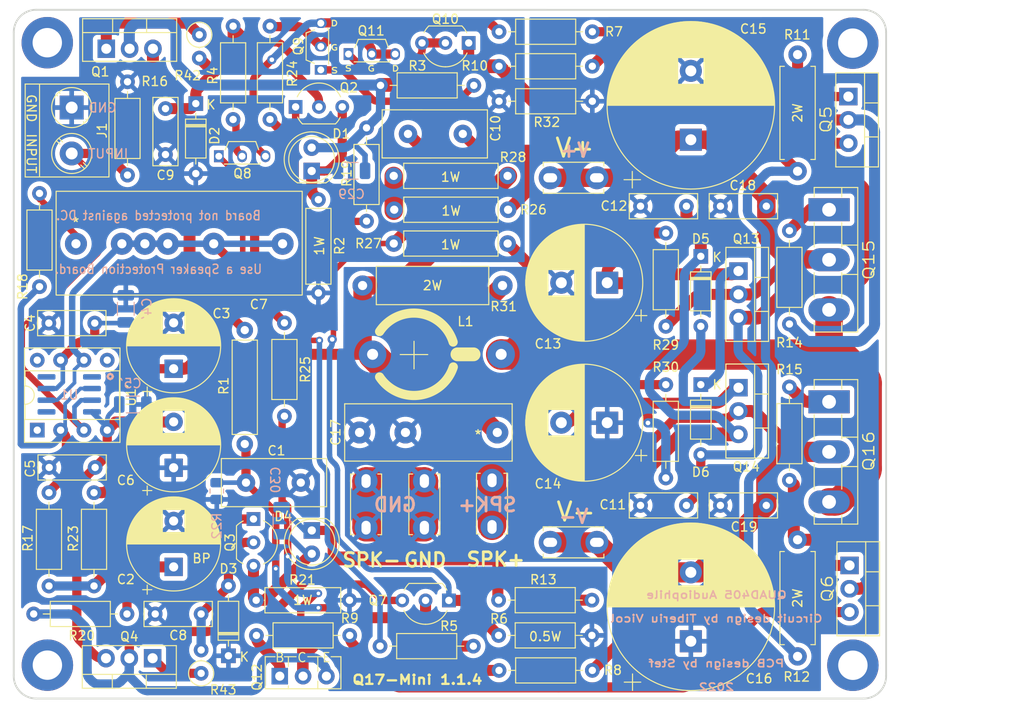
<source format=kicad_pcb>
(kicad_pcb (version 20211014) (generator pcbnew)
  (title_block (title "Q17-Mini the Quad405 reborn") (date "2022-01-13") (rev "1.1.4") (company "PCB design by Stef") (comment 1 "Zize 95 x 75 mm"))
  (layers (0 "F.Cu" signal) (31 "B.Cu" signal) (34 "B.Paste" user) (35 "F.Paste" user) (36 "B.SilkS" user "B.Silkscreen") (37 "F.SilkS" user "F.Silkscreen") (38 "B.Mask" user) (39 "F.Mask" user) (44 "Edge.Cuts" user))
  (net 0 "")
  (net 1 "GND")
  (net 2 "Net-(C1-Pad1)")
  (net 3 "Net-(C2-Pad1)")
  (net 4 "Net-(C3-Pad1)")
  (net 5 "Net-(C5-Pad2)")
  (net 6 "Net-(C7-Pad1)")
  (net 7 "Net-(R17-Pad2)")
  (net 8 "Net-(C8-Pad2)")
  (net 9 "Net-(C9-Pad2)")
  (net 10 "Net-(C10-Pad2)")
  (net 11 "Net-(C10-Pad1)")
  (net 12 "Net-(C11-Pad2)")
  (net 13 "GNDPWR")
  (net 14 "Net-(C12-Pad2)")
  (net 15 "Net-(C13-Pad1)")
  (net 16 "Net-(C14-Pad2)")
  (net 17 "Net-(C15-Pad1)")
  (net 18 "Net-(C16-Pad2)")
  (net 19 "Net-(C17-Pad1)")
  (net 20 "Net-(C29-Pad2)")
  (net 21 "Net-(C30-Pad1)")
  (net 22 "Net-(L1-Pad2)")
  (net 23 "Net-(J2-1-Pad1)")
  (net 24 "Net-(Q2-Pad1)")
  (net 25 "Net-(Q3-Pad1)")
  (net 26 "Net-(Q8-Pad2)")
  (net 27 "Net-(Q5-Pad3)")
  (net 28 "Net-(Q5-Pad2)")
  (net 29 "Net-(Q5-Pad1)")
  (net 30 "Net-(Q6-Pad3)")
  (net 31 "Net-(Q6-Pad2)")
  (net 32 "Net-(Q6-Pad1)")
  (net 33 "Net-(Q15-Pad1)")
  (net 34 "Net-(Q16-Pad1)")
  (net 35 "Net-(J1-Pad2)")
  (net 36 "Net-(R24-Pad2)")
  (net 37 "Net-(R26-Pad2)")
  (net 38 "Net-(Q8-Pad1)")
  (net 39 "Net-(Q7-Pad2)")
  (net 40 "Net-(Q10-Pad2)")
  (net 41 "Net-(Q9-Pad1)")
  (net 42 "Net-(Q8-Pad3)")
  (net 43 "Net-(Q11-Pad2)")
  (net 44 "Net-(Q12-Pad1)")
  (net 45 "Net-(Q12-Pad2)")
  (net 49 "Net-(C7-Pad2)")
  (net 50 "Net-(Q1-Pad1)")
  (net 51 "Net-(Q4-Pad1)")
  (footprint "Package_TO_SOT_THT:TO-220-3_Vertical" (layer "F.Cu") (at 178.73 83.51722 -90)
    (fp_text reference "Q13")
    (fp_text value "IRF610")
  )
  (footprint "Q17_Library:Faston_Connector_63849-1_TEC" (layer "F.Cu") (at 158.2296 113.05742 180)
    (fp_text reference "J3-3")
    (fp_text value "V-")
  )
  (footprint "Resistor_THT:R_Axial_DIN0207_L6.3mm_D2.5mm_P10.16mm_Horizontal" (layer "F.Cu") (at 138.2268 67.9196 -90)
    (fp_text reference "R19")
    (fp_text value "330R")
  )
  (footprint "LED_THT:LED_D5.0mm" (layer "F.Cu") (at 132.266041 111.76 -90)
    (fp_text reference "D4")
    (fp_text value "RED 2V")
  )
  (footprint "Capacitor_THT:CP_Radial_D18.0mm_P7.50mm" (layer "F.Cu") (at 173.541041 123.825 90)
    (fp_text reference "C16")
    (fp_text value "2200uF/63V")
  )
  (footprint "Resistor_THT:R_Axial_DIN0207_L6.3mm_D2.5mm_P10.16mm_Horizontal" (layer "F.Cu") (at 152.654 65.024)
    (fp_text reference "R32")
    (fp_text value "10R")
  )
  (footprint "Resistor_THT:R_Axial_DIN0411_L9.9mm_D3.6mm_P12.70mm_Horizontal" (layer "F.Cu") (at 185.166 125.476 90)
    (fp_text reference "R12")
    (fp_text value "47R/2W")
  )
  (footprint "Package_TO_SOT_THT:TO-220-3_Vertical" (layer "F.Cu") (at 178.73 96.21722 -90)
    (fp_text reference "Q14")
    (fp_text value "IRF9610")
  )
  (footprint "Capacitor_THT:C_Rect_L7.2mm_W2.5mm_P5.00mm_FKS2_FKP2_MKS2_MKP2" (layer "F.Cu") (at 168.061 76.454)
    (fp_text reference "C12")
    (fp_text value "100nF")
  )
  (footprint "Resistor_THT:R_Axial_DIN0207_L6.3mm_D2.5mm_P10.16mm_Horizontal" (layer "F.Cu") (at 152.608231 123.19)
    (fp_text reference "R6")
    (fp_text value "100R/0.5W")
  )
  (footprint "MountingHole:MountingHole_3.2mm_M3_DIN965_Pad_TopBottom" (layer "F.Cu") (at 191.18882 126.440889)
    (fp_text reference "H3")
    (fp_text value "MountingHole_3.2mm_M3_DIN965_Pad_TopBottom")
  )
  (footprint "Resistor_THT:R_Axial_DIN0207_L6.3mm_D2.5mm_P10.16mm_Horizontal" (layer "F.Cu") (at 108.552144 117.80722 90)
    (fp_text reference "R23")
    (fp_text value "10k")
  )
  (footprint "Q17_Library:R_Axial_L8.0mm_D2.5mm_P10.16mm_Horizontal" (layer "F.Cu") (at 126.211495 119.361037)
    (fp_text reference "R21")
    (fp_text value "5k6/1W")
  )
  (footprint "Resistor_THT:R_Axial_DIN0207_L6.3mm_D2.5mm_P2.54mm_Vertical" (layer "F.Cu") (at 120.015 57.785 -90)
    (fp_text reference "R42")
    (fp_text value "10R")
  )
  (footprint "Resistor_THT:R_Axial_DIN0207_L6.3mm_D2.5mm_P10.16mm_Horizontal" (layer "F.Cu") (at 152.654 127)
    (fp_text reference "R8")
    (fp_text value "120R")
  )
  (footprint "Resistor_THT:R_Axial_DIN0207_L6.3mm_D2.5mm_P10.16mm_Horizontal" (layer "F.Cu") (at 139.7 124.3584)
    (fp_text reference "R5")
    (fp_text value "10R")
  )
  (footprint "Capacitor_THT:C_Rect_L7.2mm_W2.5mm_P5.00mm_FKS2_FKP2_MKS2_MKP2" (layer "F.Cu") (at 168.061 109.035525)
    (fp_text reference "C11")
    (fp_text value "100nF")
  )
  (footprint "Capacitor_THT:CP_Radial_D10.0mm_P5.00mm" (layer "F.Cu") (at 117.221 104.934897 90)
    (fp_text reference "C6")
    (fp_text value "100uF/16V")
  )
  (footprint "Diode_THT:D_DO-35_SOD27_P7.62mm_Horizontal" (layer "F.Cu") (at 119.634 65.278 -90)
    (fp_text reference "D2")
    (fp_text value "1N5248B")
  )
  (footprint "LED_THT:LED_D5.0mm" (layer "F.Cu") (at 132.2539 72.619806 90)
    (fp_text reference "D1")
    (fp_text value "RED 2V")
  )
  (footprint "Capacitor_THT:C_Rect_L18.0mm_W6.0mm_P15.00mm_FKS3_FKP3" (layer "F.Cu") (at 152.466041 101.092 180)
    (fp_text reference "C17")
    (fp_text value "100nF MKP")
  )
  (footprint "Silver_Mica:C_Mica_L11.4mm_W4.3mm_H9.1_P5.9mm" (layer "F.Cu") (at 125.157847 106.553)
    (fp_text reference "C1")
    (fp_text value "470p Mica")
  )
  (footprint "Diode_THT:D_DO-35_SOD27_P7.62mm_Horizontal" (layer "F.Cu") (at 123.188025 125.406975 90)
    (fp_text reference "D3")
    (fp_text value "1N5248B")
  )
  (footprint "Q17_Library:R_Axial_L8.0mm_D2.5mm_P10.16mm_Horizontal" (layer "F.Cu") (at 132.986481 75.737663 -90)
    (fp_text reference "R2")
    (fp_text value "5k6/1W")
  )
  (footprint "MountingHole:MountingHole_3.2mm_M3_DIN965_Pad_TopBottom" (layer "F.Cu") (at 103.463294 58.647028 180)
    (fp_text reference "H1")
    (fp_text value "MountingHole")
  )
  (footprint "Capacitor_THT:CP_Radial_D12.5mm_P5.00mm" (layer "F.Cu") (at 164.435 100.02722 180)
    (fp_text reference "C14")
    (fp_text value "220uF/63V")
  )
  (footprint "Diode_THT:D_DO-35_SOD27_P7.62mm_Horizontal" (layer "F.Cu") (at 174.625 95.885 -90)
    (fp_text reference "D6")
    (fp_text value "1N5245B")
  )
  (footprint "Capacitor_THT:CP_Radial_D10.0mm_P5.00mm" (layer "F.Cu") (at 117.221 94.150616 90)
    (fp_text reference "C3")
    (fp_text value "100uF/16V")
  )
  (footprint "Q17_Library:Faston_Connector_63849-1_TEC" (layer "F.Cu") (at 144.526 106.37722 90)
    (fp_text reference "J3-2")
    (fp_text value "GND")
  )
  (footprint "Q17_Library:Faston_Connector_63849-1_TEC" (layer "F.Cu") (at 151.892 111.379 -90)
    (fp_text reference "J2-1")
    (fp_text value "SPK+")
  )
  (footprint "Resistor_THT:R_Axial_DIN0207_L6.3mm_D2.5mm_P10.16mm_Horizontal" (layer "F.Cu") (at 170.815 106.045 90)
    (fp_text reference "R30")
    (fp_text value "100R")
  )
  (footprint "Package_TO_SOT_THT:TO-220-3_Vertical" (layer "F.Cu") (at 114.935 125.674 180)
    (fp_text reference "Q4")
    (fp_text value "IRF9610")
  )
  (footprint "Package_TO_SOT_THT:TO-92S_Wide" (layer "F.Cu") (at 133.2484 61.6046 90)
    (fp_text reference "Q9")
    (fp_text value "ZVP2106A")
  )
  (footprint "Q17_Library:R_Axial_L10.0mm_D3.50mm_P12.40mm_Horizontal" (layer "F.Cu") (at 141.191702 80.518)
    (fp_text reference "R27")
    (fp_text value "560R/1W")
  )
  (footprint "Package_TO_SOT_THT:TO-92_Inline_Wide" (layer "F.Cu") (at 147.193 119.38 180)
    (fp_text reference "Q7")
    (fp_text value "KSC1845")
  )
  (footprint "Resistor_THT:R_Axial_DIN0207_L6.3mm_D2.5mm_P10.16mm_Horizontal" (layer "F.Cu") (at 102.616 85.217 90)
    (fp_text reference "R18")
    (fp_text value "22k")
  )
  (footprint "Silver_Mica:C_Mica_L11.4mm_W4.3mm_H9.1_P5.9mm" (layer "F.Cu") (at 148.654153 68.58 180)
    (fp_text reference "C10")
    (fp_text value "47pF Mica")
  )
  (footprint "Resistor_THT:R_Axial_DIN0207_L6.3mm_D2.5mm_P10.16mm_Horizontal" (layer "F.Cu") (at 170.815 89.535 90)
    (fp_text reference "R29")
    (fp_text value "100R")
  )
  (footprint "Package_TO_SOT_THT:TO-3P-3_Vertical" (layer "F.Cu") (at 188.595 76.835 -90)
    (fp_text reference "Q15")
    (fp_text value "FQA46N15")
  )
  (footprint "Package_TO_SOT_THT:TO-92_Inline_Wide" (layer "F.Cu") (at 125.916041 110.51742 -90)
    (fp_text reference "Q3")
    (fp_text value "KSC1845")
  )
  (footprint "Package_TO_SOT_THT:TO-3P-3_Vertical" (layer "F.Cu") (at 188.595 97.75222 -90)
    (fp_text reference "Q16")
    (fp_text value "FQA36P15")
  )
  (footprint "Q17_Library:R_Axial_L10.0mm_D3.50mm_P12.40mm_Horizontal" (layer "F.Cu") (at 141.188661 73.152)
    (fp_text reference "R28")
    (fp_text value "22R/1W")
  )
  (footprint "Capacitor_THT:C_Rect_C7_Q17_Mini_L26.50_H11.00_P20.50" (layer "F.Cu") (at 106.586034 80.541695)
    (fp_text reference "C7")
    (fp_text value "1uF MKP")
  )
  (footprint "Capacitor_THT:C_Rect_L7.2mm_W2.5mm_P5.00mm_FKS2_FKP2_MKS2_MKP2" (layer "F.Cu") (at 115.216226 120.855187)
    (fp_text reference "C8")
    (fp_text value "100nF")
  )
  (footprint "Resistor_THT:R_Axial_DIN0207_L6.3mm_D2.5mm_P10.16mm_Horizontal" (layer "F.Cu") (at 112.19909 62.906285 -90)
    (fp_text reference "R16")
    (fp_text value "22k")
  )
  (footprint "Capacitor_THT:C_Rect_L7.2mm_W2.5mm_P5.00mm_FKS2_FKP2_MKS2_MKP2" (layer "F.Cu") (at 103.672 104.902)
    (fp_text reference "C5")
    (fp_text value "100nF")
  )
  (footprint "Resistor_THT:R_Axial_DIN0207_L6.3mm_D2.5mm_P10.16mm_Horizontal" (layer "F.Cu") (at 127.7112 56.8452 -90)
    (fp_text reference "R24")
    (fp_text value "10k")
  )
  (footprint "Capacitor_THT:CP_Radial_D12.5mm_P5.00mm" (layer "F.Cu") (at 164.435 84.78722 180)
    (fp_text reference "C13")
    (fp_text value "220uF/63V")
  )
  (footprint "Package_TO_SOT_THT:TO-92_Inline_Wide" (layer "F.Cu") (at 130.5052 65.638)
    (fp_text reference "Q2")
    (fp_text value "KSA992")
  )
  (footprint "Capacitor_THT:C_Rect_L7.2mm_W2.5mm_P5.00mm_FKS2_FKP2_MKS2_MKP2" (layer "F.Cu") (at 103.632 89.18142)
    (fp_text reference "C4")
    (fp_text value "100nF")
  )
  (footprint "MountingHole:MountingHole_3.2mm_M3_DIN965_Pad_TopBottom" (layer "F.Cu") (at 191.175082 58.697768 180)
    (fp_text reference "H2")
    (fp_text value "MountingHole")
  )
  (footprint "Resistor_THT:R_Axial_DIN0207_L6.3mm_D2.5mm_P10.16mm_Horizontal" (layer "F.Cu") (at 123.698 56.84722 -90)
    (fp_text reference "R4")
    (fp_text value "100R")
  )
  (footprint "Resistor_THT:R_Axial_DIN0207_L6.3mm_D2.5mm_P10.16mm_Horizontal" (layer "F.Cu") (at 126.238 123.19)
    (fp_text reference "R9")
    (fp_text value "100R")
  )
  (footprint "Resistor_THT:R_Axial_DIN0411_L9.9mm_D3.6mm_P15.24mm_Horizontal" (layer "F.Cu") (at 137.795 85.09)
    (fp_text reference "R31")
    (fp_text value "10R/2W")
  )
  (footprint "Capacitor_THT:C_Rect_L7.2mm_W2.5mm_P5.00mm_FKS2_FKP2_MKS2_MKP2" (layer "F.Cu") (at 116.332 70.826 90)
    (fp_text reference "C9")
    (fp_text value "100nF")
  )
  (footprint "Q17_Library:R_Axial_L10.0mm_D3.50mm_P12.40mm_Horizontal" (layer "F.Cu") (at 124.968 89.9457 -90)
    (fp_text reference "R1")
    (fp_text value "2k7")
  )
  (footprint "Package_TO_SOT_THT:TO-220-3_Vertical" (layer "F.Cu") (at 190.825 115.57 -90)
    (fp_text reference "Q6")
    (fp_text value "FQP3N30")
  )
  (footprint "Q17_Library:L_Axial_L22mm_D10mm_P21mm_vertical_Q17_Mini" (layer "F.Cu") (at 138.8866 92.5838)
    (fp_text reference "L1")
    (fp_text value "1u2")
  )
  (footprint "Q17_Library:Faston_Connector_63849-1_TEC" (layer "F.Cu") (at 138.176 106.37722 90)
    (fp_text reference "J2-2")
    (fp_text value "SPK-")
  )
  (footprint "Q17_Library:R_Axial_L10.0mm_D3.50mm_P12.40mm_Horizontal" (layer "F.Cu") (at 153.6403 76.835 180)
    (fp_text reference "R26")
    (fp_text value "22R/1W")
  )
  (footprint "Resistor_THT:R_Axial_DIN0207_L6.3mm_D2.5mm_P10.16mm_Horizontal" (layer "F.Cu") (at 101.980735 120.855187)
    (fp_text reference "R20")
    (fp_text value "330R")
  )
  (footprint "Resistor_THT:R_Axial_DIN0207_L6.3mm_D2.5mm_P10.16mm_Horizontal" (layer "F.Cu") (at 184.277 89.281 90)
    (fp_text reference "R14")
    (fp_text value "330R")
  )
  (footprint "Resistor_THT:R_Axial_DIN0207_L6.3mm_D2.5mm_P10.16mm_Horizontal" (layer "F.Cu") (at 184.277 106.299 90)
    (fp_text reference "R15")
    (fp_text value "330R")
  )
  (footprint "Resistor_THT:R_Axial_DIN0207_L6.3mm_D2.5mm_P2.54mm_Vertical" (layer "F.Cu") (at 120.218019 127.318549 90)
    (fp_text reference "R43")
    (fp_text value "10R")
  )
  (footprint "Package_TO_SOT_THT:TO-220-3_Vertical" (layer "F.Cu") (at 190.698 64.516 -90)
    (fp_text reference "Q5")
    (fp_text value "FQP3P20")
  )
  (footprint "Resistor_THT:R_Axial_DIN0207_L6.3mm_D2.5mm_P10.16mm_Horizontal" (layer "F.Cu") (at 152.654 57.4548)
    (fp_text reference "R7")
    (fp_text value "100R")
  )
  (footprint "Package_TO_SOT_THT:TO-92_Inline_Wide" (layer "F.Cu") (at 149.352 58.674 180)
    (fp_text reference "Q10")
    (fp_text value "KSA992")
  )
  (footprint "Resistor_THT:R_Axial_DIN0207_L6.3mm_D2.5mm_P10.16mm_Horizontal" (layer "F.Cu") (at 162.768231 119.351931 180)
    (fp_text reference "R13")
    (fp_text value "10R")
  )
  (footprint "Resistor_THT:R_Axial_DIN0207_L6.3mm_D2.5mm_P10.16mm_Horizontal" (layer "F.Cu") (at 129.286 89.154 -90)
    (fp_text reference "R25")
    (fp_text value "7k5")
  )
  (footprint "Capacitor_THT:CP_Radial_D18.0mm_P7.50mm" (layer "F.Cu") (at 173.541041 69.215 90)
    (fp_text reference "C15")
    (fp_text value "2200uF/63V")
  )
  (footprint "Resistor_THT:R_Axial_DIN0207_L6.3mm_D2.5mm_P10.16mm_Horizontal" (layer "F.Cu") (at 152.654 61.214)
    (fp_text reference "R10")
    (fp_text value "10R")
  )
  (footprint "MountingHole:MountingHole_3.2mm_M3_DIN965_Pad_TopBottom" (layer "F.Cu") (at 103.475185 126.428054 180)
    (fp_text reference "H4")
    (fp_text value "MountingHole")
  )
  (footprint "Package_TO_SOT_THT:TO-92S_Wide" (layer "F.Cu") (at 122.139 71.012)
    (fp_text reference "Q8")
    (fp_text value "ZVN4206AV")
  )
  (footprint "Package_TO_SOT_THT:TO-220-3_Vertical" (layer "F.Cu") (at 109.889047 59.305919)
    (fp_text reference "Q1")
    (fp_text value "IRF610")
  )
  (footprint "Resistor_THT:R_Axial_DIN0207_L6.3mm_D2.5mm_P10.16mm_Horizontal" (layer "F.Cu") (at 139.7508 63.2968)
    (fp_text reference "R3")
    (fp_text value "150R")
  )
  (footprint "Resistor_THT:R_Axial_DIN0411_L9.9mm_D3.6mm_P12.70mm_Horizontal" (layer "F.Cu") (at 185.166 59.944 -90)
    (fp_text reference "R11")
    (fp_text value "47R/2W")
  )
  (footprint "Capacitor_THT:C_Rect_L7.2mm_W2.5mm_P5.00mm_FKS2_FKP2_MKS2_MKP2" (layer "F.Cu") (at 181.760783 109.035525 180)
    (fp_text reference "C19")
    (fp_text value "100nF")
  )
  (footprint "TerminalBlock_Phoenix:TerminalBlock_Phoenix_PT-1,5-2-5.0-H_1x02_P5.00mm_Horizontal" (layer "F.Cu") (at 106.120041 65.71079 -90)
    (fp_text reference "J1")
    (fp_text value "Input")
  )
  (footprint "Capacitor_THT:CP_Radial_D10.0mm_P5.00mm" (layer "F.Cu") (at 117.221 115.729897 90)
    (fp_text reference "C2")
    (fp_text value "100uF/10V BP")
  )
  (footprint "Package_TO_SOT_THT:TO-92S_Wide" (layer "F.Cu") (at 136.2614 59.8868)
    (fp_text reference "Q11")
    (fp_text value "ZVP2106A")
  )
  (footprint "Package_DIP:DIP-8_W7.62mm_Socket" (layer "F.Cu") (at 102.372 100.838 90)
    (fp_text reference "U1'")
    (fp_text value "OPA1641")
  )
  (footprint "Diode_THT:D_DO-35_SOD27_P7.62mm_Horizontal" (layer "F.Cu") (at 174.625 81.915 -90)
    (fp_text reference "D5")
    (fp_text value "1N5245B")
  )
  (footprint "Q17_Library:Faston_Connector_63849-1_TEC" (layer "F.Cu") (at 158.2296 73.35722 180)
    (fp_text reference "J3-1")
    (fp_text value "V+")
  )
  (footprint "Resistor_THT:R_Axial_DIN0207_L6.3mm_D2.5mm_P10.16mm_Horizontal" (layer "F.Cu") (at 103.646719 117.80722 90)
    (fp_text reference "R17")
    (fp_text value "7.32k")
  )
  (footprint "Capacitor_THT:C_Rect_L7.2mm_W2.5mm_P5.00mm_FKS2_FKP2_MKS2_MKP2" (layer "F.Cu") (at 176.764959 76.454)
    (fp_text reference "C18")
    (fp_text value "100nF")
  )
  (footprint "Package_TO_SOT_THT:TO-126-3_Vertical" (layer "F.Cu") (at 128.778 127.629)
    (fp_text reference "Q12")
    (fp_text value "BD139")
  )
  (footprint "Capacitor_SMD:C_1206_3216Metric" (layer "B.Cu") (at 112.776 98.044)
    (fp_text reference "C5'")
    (fp_text value "100nF")
  )
  (footprint "Capacitor_SMD:C_1206_3216Metric" (layer "B.Cu") (at 136.591495 72.601037 180)
    (fp_text reference "C29")
    (fp_text value "100nF COG")
  )
  (footprint "Resistor_SMD:R_0805_2012Metric" (layer "B.Cu") (at 121.92 107.471214 -90)
    (fp_text reference "R22")
    (fp_text value "N.C")
  )
  (footprint "Capacitor_SMD:C_1206_3216Metric" (layer "B.Cu") (at 128.971495 110.701037 90)
    (fp_text reference "C30")
    (fp_text value "100nF COG")
  )
  (footprint "Package_SO:SOIC-8_3.9x4.9mm_P1.27mm" (layer "B.Cu") (at 105.854717 96.943097 180)
    (fp_text reference "U1")
    (fp_text value "OPA1641")
  )
  (footprint "Capacitor_SMD:C_1206_3216Metric" (layer "B.Cu") (at 112.014 87.63 90)
    (fp_text reference "C4'")
    (fp_text value "100nF")
  )
  (gr_line (start 194.806412 57.518381) (end 194.806634 127.615543) (layer "Edge.Cuts") (width 0.2))
  (gr_arc (start 99.811698 57.512454) (mid 100.529286 55.780043) (end 102.261697 55.062455) (layer "Edge.Cuts") (width 0.2))
  (gr_arc (start 194.806634 127.615543) (mid 194.089046 129.347954) (end 192.356635 130.065542) (layer "Edge.Cuts") (width 0.2))
  (gr_arc (start 192.366412 55.068383) (mid 194.092356 55.789502) (end 194.806412 57.518381) (layer "Edge.Cuts") (width 0.2))
  (gr_line (start 102.261697 55.062455) (end 192.366412 55.068383) (layer "Edge.Cuts") (width 0.2))
  (gr_arc (start 102.258328 130.064239) (mid 100.495701 129.315898) (end 99.80985 127.528029) (layer "Edge.Cuts") (width 0.2))
  (gr_line (start 102.258328 130.064239) (end 192.356635 130.065542) (layer "Edge.Cuts") (width 0.2))
  (gr_line (start 99.811698 57.512454) (end 99.80985 127.528029) (layer "Edge.Cuts") (width 0.2))
  (gr_text "GND" (at 141.341533 108.966) (layer "B.SilkS") (effects (font (size 1.5 1.5) (thickness 0.3)) (justify mirror)))
  (gr_text "V-" (at 160.782 110.236) (layer "B.SilkS") (effects (font (size 1.5 1.5) (thickness 0.3)) (justify mirror)))
  (gr_text "V+" (at 160.909 70.358) (layer "B.SilkS") (effects (font (size 1.5 1.5) (thickness 0.3)) (justify mirror)))
  (gr_text "°" (at 111.125 94.996 -270) (layer "B.SilkS") (effects (font (size 2 2) (thickness 0.25))))
  (gr_text "Board not protected against DC." (at 115.57 77.47) (layer "B.SilkS") (effects (font (size 1 0.9)) (justify mirror)))
  (gr_text "Use a Speaker Protection Board." (at 115.57 83.312) (layer "B.SilkS") (effects (font (size 1 0.9)) (justify mirror)))
  (gr_text "QUAD405 Audiophile\n\nCircuit design by Tiberiu Vicol" (at 176.323552 120.070912) (layer "B.SilkS") (effects (font (size 0.8 1) (thickness 0.175)) (justify mirror)))
  (gr_text "GND" (at 109.474 65.733914) (layer "B.SilkS") (effects (font (size 1 1)) (justify mirror)))
  (gr_text "INPUT" (at 110.109 70.739) (layer "B.SilkS") (effects (font (size 1 1)) (justify mirror)))
  (gr_text "PCB design by Stef\n\n2022\n" (at 176.323552 127.531334) (layer "B.SilkS") (effects (font (size 0.8 1) (thickness 0.175)) (justify mirror)))
  (gr_text "SPK+" (at 151.384 108.966) (layer "B.SilkS") (effects (font (size 1.5 1.5) (thickness 0.3)) (justify mirror)))
  (gr_text "2W" (at 185.166 119.126 -270) (layer "F.SilkS") (effects (font (size 1 1))))
  (gr_text "D" (at 141.3764 61.468) (layer "F.SilkS") (effects (font (size 0.6 0.8) (thickness 0.125))))
  (gr_text "2W" (at 145.415 85.09) (layer "F.SilkS") (effects (font (size 1 1))))
  (gr_text "1W" (at 131.291495 119.361037) (layer "F.SilkS") (effects (font (size 1 1))))
  (gr_text "1W" (at 147.381961 73.279) (layer "F.SilkS") (effects (font (size 1 1))))
  (gr_text "G" (at 134.7216 59.182) (layer "F.SilkS") (effects (font (size 0.6 0.8) (thickness 0.125))))
  (gr_text "1W" (at 147.447 76.962) (layer "F.SilkS") (effects (font (size 1 1))))
  (gr_text "2W" (at 185.166 66.294 -270) (layer "F.SilkS") (effects (font (size 1 1))))
  (gr_text "G" (at 138.7348 61.468) (layer "F.SilkS") (effects (font (size 0.6 0.8) (thickness 0.125))))
  (gr_text "INPUT" (at 101.727 70.71079 -90) (layer "F.SilkS") (effects (font (size 1 1))))
  (gr_text "1W" (at 133.096 80.772 -270) (layer "F.SilkS") (effects (font (size 1 1))))
  (gr_text "*" (at 150.368 101.346) (layer "F.SilkS") (effects (font (size 1 1))))
  (gr_text "S" (at 136.2456 61.456095) (layer "F.SilkS") (effects (font (size 0.6 0.8) (thickness 0.125))))
  (gr_text "BP" (at 120.269 114.808) (layer "F.SilkS") (effects (font (size 1 1))))
  (gr_text "0.5W" (at 157.688231 123.317) (layer "F.SilkS") (effects (font (size 1 1))))
  (gr_text "S" (at 134.740647 61.6712) (layer "F.SilkS") (effects (font (size 0.6 0.8) (thickness 0.125))))
  (gr_text "D" (at 134.7216 56.5404) (layer "F.SilkS") (effects (font (size 0.6 0.8) (thickness 0.125))))
  (gr_text "GND" (at 101.727 65.786 -90) (layer "F.SilkS") (effects (font (size 1 1))))
  (gr_text "*" (at 106.566753 78.232) (layer "F.SilkS") (effects (font (size 1 1))))
  (gr_text "1W" (at 147.385002 80.645) (layer "F.SilkS") (effects (font (size 1 1))))
  (gr_text "Q17-Mini 1.1.4" (at 143.764 128.016) (layer "F.SilkS") (effects (font (size 1 1.2) (thickness 0.25))))
  (segment (start 138.468893 117.894893) (end 139.661107 119.087107) (width 0.8) (layer "F.Cu") (net 2))
  (segment (start 134.62 119.939984) (end 134.62 118.778214) (width 0.8) (layer "F.Cu") (net 2))
  (segment (start 135.796214 117.602) (end 137.761786 117.602) (width 0.8) (layer "F.Cu") (net 2))
  (segment (start 134.912893 118.071107) (end 135.089107 117.894893) (width 0.8) (layer "F.Cu") (net 2))
  (segment (start 140.368214 119.38) (end 142.113 119.38) (width 0.8) (layer "F.Cu") (net 2))
  (segment (start 128.3421 115.9256) (end 128.34208 115.92558) (width 0.8) (layer "F.Cu") (net 2))
  (segment (start 128.34208 109.794884) (end 125.100483 106.553287) (width 0.8) (layer "F.Cu") (net 2))
  (segment (start 134.379882 120.180102) (end 134.62 119.939984) (width 0.8) (layer "F.Cu") (net 2))
  (segment (start 128.34208 115.92558) (end 128.34208 109.794884) (width 0.8) (layer "F.Cu") (net 2))
  (segment (start 132.981702 120.180102) (end 134.379882 120.180102) (width 0.8) (layer "F.Cu") (net 2))
  (segment (start 125.100483 106.553287) (end 125.100483 102.478183) (width 1) (layer "F.Cu") (net 2))
  (via (at 132.981702 120.180102) (size 0.8) (drill 0.4) (layers "F.Cu" "B.Cu") (net 2))
  (via (at 128.3421 115.9256) (size 0.8) (drill 0.4) (layers "F.Cu" "B.Cu") (net 2))
  (arc (start 134.62 118.778214) (mid 134.69612 118.395531) (end 134.912893 118.071107) (width 0.8) (layer "F.Cu") (net 2))
  (arc (start 137.761786 117.602) (mid 138.144469 117.67812) (end 138.468893 117.894893) (width 0.8) (layer "F.Cu") (net 2))
  (arc (start 140.368214 119.38) (mid 139.985531 119.30388) (end 139.661107 119.087107) (width 0.8) (layer "F.Cu") (net 2))
  (arc (start 135.796214 117.602) (mid 135.413531 117.67812) (end 135.089107 117.894893) (width 0.8) (layer "F.Cu") (net 2))
  (segment (start 128.634993 118.170193) (end 130.352009 119.887209) (width 0.8) (layer "B.Cu") (net 2))
  (segment (start 121.925427 106.553287) (end 125.100483 106.553287) (width 0.5) (layer "B.Cu") (net 2))
  (segment (start 131.059116 120.180102) (end 132.981702 120.180102) (width 0.8) (layer "B.Cu") (net 2))
  (segment (start 128.3421 115.9256) (end 128.3421 117.463086) (width 0.8) (layer "B.Cu") (net 2))
  (arc (start 130.352009 119.887209) (mid 130.676432 120.103982) (end 131.059116 120.180102) (width 0.8) (layer "B.Cu") (net 2))
  (arc (start 128.634993 118.170193) (mid 128.41822 117.84577) (end 128.3421 117.463086) (width 0.8) (layer "B.Cu") (net 2))
  (segment (start 110.336574 116.02279) (end 108.552144 117.80722) (width 1.2) (layer "F.Cu") (net 3))
  (segment (start 117.221 115.729897) (end 111.043681 115.729897) (width 1.2) (layer "F.Cu") (net 3))
  (arc (start 111.043681 115.729897) (mid 110.660998 115.806017) (end 110.336574 116.02279) (width 1.2) (layer "F.Cu") (net 3))
  (segment (start 103.646719 117.80722) (end 108.552144 117.80722) (width 1) (layer "B.Cu") (net 3))
  (segment (start 114.344511 62.185489) (end 114.969047 61.560953) (width 1.3) (layer "F.Cu") (net 4))
  (segment (start 118.994277 93.857723) (end 120.103107 92.748893) (width 1.3) (layer "F.Cu") (net 4))
  (segment (start 118.950877 85.008663) (end 118.950877 78.769036) (width 1.3) (layer "F.Cu") (net 4))
  (segment (start 117.221 94.150616) (end 114.50383 94.150616) (width 1) (layer "F.Cu") (net 4))
  (segment (start 118.657984 78.061929) (end 114.637404 74.041349) (width 1.3) (layer "F.Cu") (net 4))
  (segment (start 106.646213 91.478893) (end 104.912 93.213106) (width 1) (layer "F.Cu") (net 4))
  (segment (start 120.103107 86.575107) (end 119.24377 85.71577) (width 1.3) (layer "F.Cu") (net 4))
  (segment (start 120.396 92.041786) (end 120.396 87.282214) (width 1.3) (layer "F.Cu") (net 4))
  (segment (start 117.026041 94.150616) (end 118.28717 94.150616) (width 1.3) (layer "F.Cu") (net 4))
  (segment (start 113.796723 93.857723) (end 111.417893 91.478893) (width 1) (layer "F.Cu") (net 4))
  (segment (start 110.710786 91.186) (end 108.712 91.186) (width 1) (layer "F.Cu") (net 4))
  (segment (start 114.969047 61.560953) (end 114.969047 59.305919) (width 1.3) (layer "F.Cu") (net 4))
  (segment (start 108.712 91.186) (end 107.35332 91.186) (width 1) (layer "F.Cu") (net 4))
  (segment (start 108.712 91.186) (end 108.632 91.106) (width 1) (layer "F.Cu") (net 4))
  (segment (start 108.632 91.106) (end 108.632 89.18142) (width 1) (layer "F.Cu") (net 4))
  (segment (start 114.344511 73.334242) (end 114.344511 62.185489) (width 1.3) (layer "F.Cu") (net 4))
  (arc (start 120.103107 92.748893) (mid 120.31988 92.42447) (end 120.396 92.041786) (width 1.3) (layer "F.Cu") (net 4))
  (arc (start 119.24377 85.71577) (mid 119.026997 85.391346) (end 118.950877 85.008663) (width 1.3) (layer "F.Cu") (net 4))
  (arc (start 118.28717 94.150616) (mid 118.669854 94.074496) (end 118.994277 93.857723) (width 1.3) (layer "F.Cu") (net 4))
  (arc (start 120.396 87.282214) (mid 120.31988 86.89953) (end 120.103107 86.575107) (width 1.3) (layer "F.Cu") (net 4))
  (arc (start 118.950877 78.769036) (mid 118.874757 78.386353) (end 118.657984 78.061929) (width 1.3) (layer "F.Cu") (net 4))
  (arc (start 111.417893 91.478893) (mid 111.09347 91.26212) (end 110.710786 91.186) (width 1) (layer "F.Cu") (net 4))
  (arc (start 114.50383 94.150616) (mid 114.121147 94.074496) (end 113.796723 93.857723) (width 1) (layer "F.Cu") (net 4))
  (arc (start 106.646213 91.478893) (mid 106.970636 91.26212) (end 107.35332 91.186) (width 1) (layer "F.Cu") (net 4))
  (arc (start 114.637404 74.041349) (mid 114.420631 73.716925) (end 114.344511 73.334242) (width 1.3) (layer "F.Cu") (net 4))
  (segment (start 105.156 95.610238) (end 105.156 93.462) (width 0.5) (layer "B.Cu") (net 4))
  (segment (start 104.458141 96.308097) (end 105.156 95.610238) (width 0.5) (layer "B.Cu") (net 4))
  (segment (start 111.93758 89.18142) (end 108.632 89.18142) (width 0.5) (layer "B.Cu") (net 4))
  (segment (start 103.379717 96.308097) (end 104.458141 96.308097) (width 0.5) (layer "B.Cu") (net 4))
  (segment (start 109.699107 103.874893) (end 106.972893 106.601107) (width 1) (layer "F.Cu") (net 5))
  (segment (start 109.754262 103.818819) (end 109.699107 103.874893) (width 1) (layer "F.Cu") (net 5))
  (segment (start 109.382819 125.674) (end 109.855 125.674) (width 1) (layer "F.Cu") (net 5))
  (segment (start 109.918134 103.551403) (end 109.846721 103.69156) (width 1) (layer "F.Cu") (net 5))
  (segment (start 106.972243 123.677638) (end 108.675712 125.381107) (width 1) (layer "F.Cu") (net 5))
  (segment (start 106.680651 107.229564) (end 106.68 107.308214) (width 1) (layer "F.Cu") (net 5))
  (segment (start 106.705258 107.074199) (end 106.680651 107.229564) (width 1) (layer "F.Cu") (net 5))
  (segment (start 106.917739 106.657182) (end 106.82528 106.784441) (width 1) (layer "F.Cu") (net 5))
  (segment (start 106.68 109.262986) (end 106.67935 109.341637) (width 1) (layer "F.Cu") (net 5))
  (segment (start 106.67935 109.341637) (end 106.67935 122.970531) (width 1) (layer "F.Cu") (net 5))
  (segment (start 106.972893 106.601107) (end 106.917739 106.657182) (width 1) (layer "F.Cu") (net 5))
  (segment (start 106.68 107.308214) (end 106.68 109.262986) (width 1) (layer "F.Cu") (net 5))
  (segment (start 109.992 100.838) (end 109.992 103.167786) (width 1) (layer "F.Cu") (net 5))
  (segment (start 106.753867 106.924597) (end 106.705258 107.074199) (width 1) (layer "F.Cu") (net 5))
  (segment (start 106.82528 106.784441) (end 106.753867 106.924597) (width 1) (layer "F.Cu") (net 5))
  (segment (start 110.881 99.949) (end 117.206897 99.949) (width 1.2) (layer "F.Cu") (net 5))
  (segment (start 109.99135 103.246437) (end 109.966743 103.401801) (width 1) (layer "F.Cu") (net 5))
  (segment (start 109.992 100.838) (end 110.881 99.949) (width 1.2) (layer "F.Cu") (net 5))
  (segment (start 109.846721 103.69156) (end 109.754262 103.818819) (width 1) (layer "F.Cu") (net 5))
  (segment (start 109.992 103.167786) (end 109.99135 103.246437) (width 1) (layer "F.Cu") (net 5))
  (segment (start 109.966743 103.401801) (end 109.918134 103.551403) (width 1) (layer "F.Cu") (net 5))
  (arc (start 106.972243 123.677638) (mid 106.75547 123.353215) (end 106.67935 122.970531) (width 1) (layer "F.Cu") (net 5))
  (arc (start 109.382819 125.674) (mid 109.000136 125.59788) (end 108.675712 125.381107) (width 1) (layer "F.Cu") (net 5))
  (segment (start 108.329717 98.848097) (end 109.992 100.51038) (width 0.6) (layer "B.Cu") (net 5))
  (segment (start 111.301 98.044) (end 110.284893 99.060107) (width 0.5) (layer "B.Cu") (net 5))
  (segment (start 109.992 99.767214) (end 109.992 100.838) (width 0.5) (layer "B.Cu") (net 5))
  (arc (start 110.284893 99.060107) (mid 110.06812 99.38453) (end 109.992 99.767214) (width 0.5) (layer "B.Cu") (net 5))
  (segment (start 106.586034 79.613668) (end 102.616 75.643634) (width 0.7) (layer "F.Cu") (net 6))
  (segment (start 102.616 75.643634) (end 102.616 75.057) (width 0.7) (layer "F.Cu") (net 6))
  (segment (start 106.586034 80.541695) (end 106.586034 79.613668) (width 0.7) (layer "F.Cu") (net 6))
  (segment (start 105.252477 101.178477) (end 104.912 100.838) (width 1) (layer "F.Cu") (net 7))
  (segment (start 105.54537 105.239774) (end 105.54537 101.885584) (width 1) (layer "F.Cu") (net 7))
  (segment (start 105.252477 105.946881) (end 103.646719 107.552639) (width 1) (layer "F.Cu") (net 7))
  (arc (start 105.252477 105.946881) (mid 105.46925 105.622458) (end 105.54537 105.239774) (width 1) (layer "F.Cu") (net 7))
  (arc (start 105.54537 101.885584) (mid 105.46925 101.502901) (end 105.252477 101.178477) (width 1) (layer "F.Cu") (net 7))
  (segment (start 104.314404 102.194618) (end 104.619107 101.889915) (width 0.7) (layer "B.Cu") (net 7))
  (segment (start 104.912 100.838) (end 105.41 100.34) (width 0.4) (layer "B.Cu") (net 7))
  (segment (start 100.584 87.663214) (end 100.584 102.349022) (width 0.7) (layer "B.Cu") (net 7))
  (segment (start 105.41 97.971176) (end 107.073079 96.308097) (width 0.4) (layer "B.Cu") (net 7))
  (segment (start 100.722489 102.487511) (end 103.607297 102.487511) (width 0.7) (layer "B.Cu") (net 7))
  (segment (start 102.616 85.217) (end 100.876893 86.956107) (width 0.7) (layer "B.Cu") (net 7))
  (segment (start 105.41 100.34) (end 105.41 97.971176) (width 0.4) (layer "B.Cu") (net 7))
  (segment (start 100.584 102.349022) (end 100.722489 102.487511) (width 0.7) (layer "B.Cu") (net 7))
  (segment (start 107.073079 96.308097) (end 108.329717 96.308097) (width 0.4) (layer "B.Cu") (net 7))
  (arc (start 103.607297 102.487511) (mid 103.98998 102.411391) (end 104.314404 102.194618) (width 0.7) (layer "B.Cu") (net 7))
  (arc (start 104.912 101.182808) (mid 104.83588 101.565491) (end 104.619107 101.889915) (width 0.7) (layer "B.Cu") (net 7))
  (arc (start 100.876893 86.956107) (mid 100.66012 87.28053) (end 100.584 87.663214) (width 0.7) (layer "B.Cu") (net 7))
  (segment (start 125.916041 113.05742) (end 125.118476 113.05742) (width 1) (layer "F.Cu") (net 8))
  (segment (start 123.19 114.985896) (end 123.19 117.881413) (width 1) (layer "F.Cu") (net 8))
  (segment (start 123.19 117.881413) (end 120.216226 120.855187) (width 1) (layer "F.Cu") (net 8))
  (segment (start 124.411369 113.350313) (end 123.482893 114.278789) (width 1) (layer "F.Cu") (net 8))
  (arc (start 123.482893 114.278789) (mid 123.26612 114.603212) (end 123.19 114.985896) (width 1) (layer "F.Cu") (net 8))
  (arc (start 125.118476 113.05742) (mid 124.735793 113.13354) (end 124.411369 113.350313) (width 1) (layer "F.Cu") (net 8))
  (segment (start 120.218019 120.85698) (end 120.218019 124.666981) (width 1) (layer "B.Cu") (net 8))
  (segment (start 119.634 64.295214) (end 119.634 65.278) (width 1.2) (layer "F.Cu") (net 9))
  (segment (start 123.698 56.84722) (end 125.154618 58.303838) (width 0.9) (layer "F.Cu") (net 9))
  (segment (start 121.285 62.23) (end 121.285 61.595) (width 1.2) (layer "F.Cu") (net 9))
  (segment (start 123.405107 60.109893) (end 121.285 62.23) (width 1.2) (layer "F.Cu") (net 9))
  (segment (start 119.634 65.278) (end 119.086 65.826) (width 1.2) (layer "F.Cu") (net 9))
  (segment (start 130.442493 61.974633) (end 132.752307 64.284447) (width 0.9) (layer "F.Cu") (net 9))
  (segment (start 121.285 62.23) (end 119.926893 63.588107) (width 1.2) (layer "F.Cu") (net 9))
  (segment (start 123.698 56.84722) (end 123.698 59.402786) (width 1.2) (layer "F.Cu") (net 9))
  (segment (start 133.0452 64.991554) (end 133.0452 65.638) (width 0.9) (layer "F.Cu") (net 9))
  (segment (start 125.861725 58.596731) (end 128.286517 58.596731) (width 0.9) (layer "F.Cu") (net 9))
  (segment (start 121.285 61.595) (end 120.015 60.325) (width 1.2) (layer "F.Cu") (net 9))
  (segment (start 128.993624 58.889624) (end 129.856707 59.752707) (width 0.9) (layer "F.Cu") (net 9))
  (segment (start 119.086 65.826) (end 116.332 65.826) (width 1.2) (layer "F.Cu") (net 9))
  (segment (start 130.1496 60.459814) (end 130.1496 61.267526) (width 0.9) (layer "F.Cu") (net 9))
  (arc (start 123.405107 60.109893) (mid 123.62188 59.78547) (end 123.698 59.402786) (width 1.2) (layer "F.Cu") (net 9))
  (arc (start 125.154618 58.303838) (mid 125.479041 58.520611) (end 125.861725 58.596731) (width 0.9) (layer "F.Cu") (net 9))
  (arc (start 129.856707 59.752707) (mid 130.07348 60.07713) (end 130.1496 60.459814) (width 0.9) (layer "F.Cu") (net 9))
  (arc (start 128.286517 58.596731) (mid 128.6692 58.672851) (end 128.993624 58.889624) (width 0.9) (layer "F.Cu") (net 9))
  (arc (start 132.752307 64.284447) (mid 132.96908 64.60887) (end 133.0452 64.991554) (width 0.9) (layer "F.Cu") (net 9))
  (arc (start 119.634 64.295214) (mid 119.71012 63.912531) (end 119.926893 63.588107) (width 1.2) (layer "F.Cu") (net 9))
  (arc (start 130.442493 61.974633) (mid 130.22572 61.65021) (end 130.1496 61.267526) (width 0.9) (layer "F.Cu") (net 9))
  (segment (start 134.491076 90.954079) (end 134.62 90.825155) (width 0.6) (layer "F.Cu") (net 10))
  (segment (start 144.653 76.642488) (end 144.653 70.90441) (width 1.3) (layer "F.Cu") (net 10))
  (segment (start 144.360107 70.197303) (end 142.742517 68.579713) (width 1.3) (layer "F.Cu") (net 10))
  (segment (start 138.082214 80.518) (end 141.191702 80.518) (width 0.6) (layer "F.Cu") (net 10))
  (segment (start 134.912893 83.273107) (end 137.375107 80.810893) (width 0.6) (layer "F.Cu") (net 10))
  (segment (start 149.091124 119.672893) (end 152.608231 123.19) (width 1.2) (layer "F.Cu") (net 10))
  (segment (start 141.191702 80.518) (end 144.360107 77.349595) (width 1.3) (layer "F.Cu") (net 10))
  (segment (start 147.193 119.38) (end 148.384017 119.38) (width 1.2) (layer "F.Cu") (net 10))
  (segment (start 134.62 90.825155) (end 134.62 83.980214) (width 0.6) (layer "F.Cu") (net 10))
  (via (at 134.491076 90.954079) (size 1) (drill 0.5) (layers "F.Cu" "B.Cu") (net 10))
  (arc (start 144.360107 70.197303) (mid 144.57688 70.521726) (end 144.653 70.90441) (width 1.3) (layer "F.Cu") (net 10))
  (arc (start 138.082214 80.518) (mid 137.699531 80.59412) (end 137.375107 80.810893) (width 0.6) (layer "F.Cu") (net 10))
  (arc (start 134.912893 83.273107) (mid 134.69612 83.59753) (end 134.62 83.980214) (width 0.6) (layer "F.Cu") (net 10))
  (arc (start 144.653 76.642488) (mid 144.57688 77.025171) (end 144.360107 77.349595) (width 1.3) (layer "F.Cu") (net 10))
  (arc (start 149.091124 119.672893) (mid 148.766701 119.45612) (end 148.384017 119.38) (width 1.2) (layer "F.Cu") (net 10))
  (segment (start 145.936493 116.320093) (end 146.900107 117.283707) (width 0.6) (layer "B.Cu") (net 10))
  (segment (start 134.488413 104.231457) (end 134.772179 104.515223) (width 0.6) (layer "B.Cu") (net 10))
  (segment (start 147.193 117.990814) (end 147.193 119.38) (width 0.6) (layer "B.Cu") (net 10))
  (segment (start 134.198183 92.004546) (end 134.19552 92.007209) (width 0.6) (layer "B.Cu") (net 10))
  (segment (start 135.065072 105.22233) (end 135.065072 112.267902) (width 0.6) (layer "B.Cu") (net 10))
  (segment (start 134.19552 92.007209) (end 134.19552 103.52435) (width 0.6) (layer "B.Cu") (net 10))
  (segment (start 135.357965 112.975009) (end 138.117263 115.734307) (width 0.6) (layer "B.Cu") (net 10))
  (segment (start 138.82437 116.0272) (end 145.229386 116.0272) (width 0.6) (layer "B.Cu") (net 10))
  (segment (start 134.491076 90.954079) (end 134.491076 91.297439) (width 0.6) (layer "B.Cu") (net 10))
  (arc (start 145.229386 116.0272) (mid 145.612069 116.10332) (end 145.936493 116.320093) (width 0.6) (layer "B.Cu") (net 10))
  (arc (start 147.193 117.990814) (mid 147.11688 117.608131) (end 146.900107 117.283707) (width 0.6) (layer "B.Cu") (net 10))
  (arc (start 134.488413 104.231457) (mid 134.27164 103.907034) (end 134.19552 103.52435) (width 0.6) (layer "B.Cu") (net 10))
  (arc (start 135.357965 112.975009) (mid 135.141192 112.650586) (end 135.065072 112.267902) (width 0.6) (layer "B.Cu") (net 10))
  (arc (start 134.772179 104.515223) (mid 134.988952 104.839646) (end 135.065072 105.22233) (width 0.6) (layer "B.Cu") (net 10))
  (arc (start 138.82437 116.0272) (mid 138.441687 115.95108) (end 138.117263 115.734307) (width 0.6) (layer "B.Cu") (net 10))
  (arc (start 134.198183 92.004546) (mid 134.414956 91.680123) (end 134.491076 91.297439) (width 0.6) (layer "B.Cu") (net 10))
  (segment (start 155.480627 75.058826) (end 153.577453 76.962) (width 1.3) (layer "F.Cu") (net 11))
  (segment (start 179.235893 66.713893) (end 185.166 72.644) (width 1.2) (layer "F.Cu") (net 11))
  (segment (start 148.711517 68.579713) (end 150.196911 70.065107) (width 1.2) (layer "F.Cu") (net 11))
  (segment (start 150.904018 70.358) (end 166.605806 70.358) (width 1.2) (layer "F.Cu") (net 11))
  (segment (start 155.702 70.567373) (end 155.77352 70.638893) (width 1.3) (layer "F.Cu") (net 11))
  (segment (start 171.371234 66.421) (end 178.528786 66.421) (width 1.2) (layer "F.Cu") (net 11))
  (segment (start 167.312913 70.065107) (end 170.664127 66.713893) (width 1.2) (layer "F.Cu") (net 11))
  (segment (start 155.77352 70.638893) (end 155.77352 74.351719) (width 1.3) (layer "F.Cu") (net 11))
  (arc (start 155.77352 74.351719) (mid 155.6974 74.734402) (end 155.480627 75.058826) (width 1.3) (layer "F.Cu") (net 11))
  (arc (start 150.904018 70.358) (mid 150.521335 70.28188) (end 150.196911 70.065107) (width 1.2) (layer "F.Cu") (net 11))
  (arc (start 167.312913 70.065107) (mid 166.98849 70.28188) (end 166.605806 70.358) (width 1.2) (layer "F.Cu") (net 11))
  (arc (start 178.528786 66.421) (mid 178.911469 66.49712) (end 179.235893 66.713893) (width 1.2) (layer "F.Cu") (net 11))
  (arc (start 170.664127 66.713893) (mid 170.98855 66.49712) (end 171.371234 66.421) (width 1.2) (layer "F.Cu") (net 11))
  (segment (start 180.124893 105.879107) (end 182.036138 103.967862) (width 1) (layer "B.Cu") (net 11))
  (segment (start 181.671877 92.872401) (end 181.671877 79.724091) (width 1) (layer "B.Cu") (net 11))
  (segment (start 182.329031 103.260755) (end 182.329031 94.357983) (width 1) (layer "B.Cu") (net 11))
  (segment (start 179.997893 74.637107) (end 181.698107 72.936893) (width 1) (layer "B.Cu") (net 11))
  (segment (start 185.166 125.476) (end 180.124893 120.434893) (width 1) (layer "B.Cu") (net 11))
  (segment (start 182.036138 93.650876) (end 181.96477 93.579508) (width 1) (layer "B.Cu") (net 11))
  (segment (start 182.405214 72.644) (end 185.166 72.644) (width 1) (layer "B.Cu") (net 11))
  (segment (start 179.705 76.928786) (end 179.705 75.344214) (width 1) (layer "B.Cu") (net 11))
  (segment (start 181.378984 79.016984) (end 179.997893 77.635893) (width 1) (layer "B.Cu") (net 11))
  (segment (start 179.832 119.727786) (end 179.832 106.586214) (width 1) (layer "B.Cu") (net 11))
  (arc (start 179.832 106.586214) (mid 179.90812 106.203531) (end 180.124893 105.879107) (width 1) (layer "B.Cu") (net 11))
  (arc (start 181.96477 93.579508) (mid 181.747997 93.255085) (end 181.671877 92.872401) (width 1) (layer "B.Cu") (net 11))
  (arc (start 179.705 75.344214) (mid 179.78112 74.961531) (end 179.997893 74.637107) (width 1) (layer "B.Cu") (net 11))
  (arc (start 181.378984 79.016984) (mid 181.595757 79.341407) (end 181.671877 79.724091) (width 1) (layer "B.Cu") (net 11))
  (arc (start 179.997893 77.635893) (mid 179.78112 77.31147) (end 179.705 76.928786) (width 1) (layer "B.Cu") (net 11))
  (arc (start 179.832 119.727786) (mid 179.90812 120.110469) (end 180.124893 120.434893) (width 1) (layer "B.Cu") (net 11))
  (arc (start 182.405214 72.644) (mid 182.022531 72.72012) (end 181.698107 72.936893) (width 1) (layer "B.Cu") (net 11))
  (arc (start 182.036138 93.650876) (mid 182.252911 93.975299) (end 182.329031 94.357983) (width 1) (layer "B.Cu") (net 11))
  (arc (start 182.329031 103.260755) (mid 182.252911 103.643438) (end 182.036138 103.967862) (width 1) (layer "B.Cu") (net 11))
  (segment (start 178.73 88.59722) (end 180.623199 88.59722) (width 1.5) (layer "F.Cu") (net 12))
  (segment (start 174.332107 107.764418) (end 173.061 109.035525) (width 1) (layer "F.Cu") (net 12))
  (segment (start 145.127786 63.246) (end 139.7508 63.246) (width 1.5) (layer "F.Cu") (net 12))
  (segment (start 152.654 61.214) (end 147.988214 61.214) (width 1.5) (layer "F.Cu") (net 12))
  (segment (start 192.405 83.582861) (end 192.405 75.090214) (width 1.5) (layer "F.Cu") (net 12))
  (segment (start 169.506107 64.554893) (end 166.535893 67.525107) (width 1.5) (layer "F.Cu") (net 12))
  (segment (start 189.831786 72.517) (end 188.755214 72.517) (width 1.5) (layer "F.Cu") (net 12))
  (segment (start 149.352 58.674) (end 149.352 61.2648) (width 1.2) (layer "F.Cu") (net 12))
  (segment (start 192.112107 74.383107) (end 190.538893 72.809893) (width 1.5) (layer "F.Cu") (net 12))
  (segment (start 147.281107 61.506893) (end 145.834893 62.953107) (width 1.5) (layer "F.Cu") (net 12))
  (segment (start 158.965107 67.525107) (end 152.654 61.214) (width 1.5) (layer "F.Cu") (net 12))
  (segment (start 165.828786 67.818) (end 159.672214 67.818) (width 1.5) (layer "F.Cu") (net 12))
  (segment (start 185.063366 84.985481) (end 191.00238 84.985481) (width 1.5) (layer "F.Cu") (net 12))
  (segment (start 179.671786 64.262) (end 170.213214 64.262) (width 1.5) (layer "F.Cu") (net 12))
  (segment (start 188.048107 72.224107) (end 180.378893 64.554893) (width 1.5) (layer "F.Cu") (net 12))
  (segment (start 174.625 103.505) (end 174.625 107.057311) (width 1) (layer "F.Cu") (net 12))
  (segment (start 181.330306 88.304327) (end 184.356259 85.278374) (width 1.5) (layer "F.Cu") (net 12))
  (segment (start 191.709487 84.692588) (end 192.112107 84.289968) (width 1.5) (layer "F.Cu") (net 12))
  (arc (start 174.625 107.057311) (mid 174.54888 107.439994) (end 174.332107 107.764418) (width 1) (layer "F.Cu") (net 12))
  (arc (start 181.330306 88.304327) (mid 181.005883 88.5211) (end 180.623199 88.59722) (width 1.5) (layer "F.Cu") (net 12))
  (arc (start 170.213214 64.262) (mid 169.830531 64.33812) (end 169.506107 64.554893) (width 1.5) (layer "F.Cu") (net 12))
  (arc (start 190.538893 72.809893) (mid 190.21447 72.59312) (end 189.831786 72.517) (width 1.5) (layer "F.Cu") (net 12))
  (arc (start 192.112107 84.289968) (mid 192.32888 83.965545) (end 192.405 83.582861) (width 1.5) (layer "F.Cu") (net 12))
  (arc (start 159.672214 67.818) (mid 159.289531 67.74188) (end 158.965107 67.525107) (width 1.5) (layer "F.Cu") (net 12))
  (arc (start 147.281107 61.506893) (mid 147.60553 61.29012) (end 147.988214 61.214) (width 1.5) (layer "F.Cu") (net 12))
  (arc (start 191.709487 84.692588) (mid 191.385064 84.909361) (end 191.00238 84.985481) (width 1.5) (layer "F.Cu") (net 12))
  (arc (start 180.378893 64.554893) (mid 180.05447 64.33812) (end 179.671786 64.262) (width 1.5) (layer "F.Cu") (net 12))
  (arc (start 145.834893 62.953107) (mid 145.51047 63.16988) (end 145.127786 63.246) (width 1.5) (layer "F.Cu") (net 12))
  (arc (start 192.112107 74.383107) (mid 192.32888 74.70753) (end 192.405 75.090214) (width 1.5) (layer "F.Cu") (net 12))
  (arc (start 165.828786 67.818) (mid 166.211469 67.74188) (end 166.535893 67.525107) (width 1.5) (layer "F.Cu") (net 12))
  (arc (start 188.048107 72.224107) (mid 188.37253 72.44088) (end 188.755214 72.517) (width 1.5) (layer "F.Cu") (net 12))
  (arc (start 184.356259 85.278374) (mid 184.680682 85.061601) (end 185.063366 84.985481) (width 1.5) (layer "F.Cu") (net 12))
  (segment (start 178.689 92.010165) (end 178.689 88.63822) (width 1) (layer "B.Cu") (net 12))
  (segment (start 119.483377 62.968377) (end 117.767893 61.252893) (width 1.2) (layer "B.Cu") (net 12))
  (segment (start 174.65242 103.53242) (end 180.272041 103.53242) (width 1) (layer "B.Cu") (net 12))
  (segment (start 136.952371 69.786913) (end 136.359487 69.786913) (width 0.25) (layer "B.Cu") (net 12))
  (segment (start 117.475 60.545786) (end 117.475 57.564214) (width 1.2) (layer "B.Cu") (net 12))
  (segment (start 135.65238 70.079806) (end 132.2539 70.079806) (width 1) (layer "B.Cu") (net 12))
  (segment (start 180.536618 94.271997) (end 178.981893 92.717272) (width 1) (layer "B.Cu") (net 12))
  (segment (start 139.457907 66.688493) (end 136.359487 69.786913) (width 1) (layer "B.Cu") (net 12))
  (segment (start 138.066495 70.901037) (end 136.952371 69.786913) (width 0.6) (layer "B.Cu") (net 12))
  (segment (start 138.066495 72.601037) (end 138.066495 70.901037) (width 0.6) (layer "B.Cu") (net 12))
  (segment (start 117.182107 56.857107) (end 117.132893 56.807893) (width 1.2) (layer "B.Cu") (net 12))
  (segment (start 112.395 57.564214) (end 112.395 59.271872) (width 1.2) (layer "B.Cu") (net 12))
  (segment (start 116.425786 56.515) (end 113.444214 56.515) (width 1.2) (layer "B.Cu") (net 12))
  (segment (start 180.272041 103.53242) (end 180.536618 103.267843) (width 1) (layer "B.Cu") (net 12))
  (segment (start 112.737107 56.807893) (end 112.687893 56.857107) (width 1.2) (layer "B.Cu") (net 12))
  (segment (start 180.829511 102.560736) (end 180.829511 94.979104) (width 1) (layer "B.Cu") (net 12))
  (segment (start 139.7508 63.2968) (end 139.7508 65.981386) (width 1) (layer "B.Cu") (net 12))
  (segment (start 139.56287 63.26127) (end 120.190484 63.26127) (width 1.2) (layer "B.Cu") (net 12))
  (arc (start 113.444214 56.515) (mid 113.061531 56.59112) (end 112.737107 56.807893) (width 1.2) (layer "B.Cu") (net 12))
  (arc (start 112.395 57.564214) (mid 112.47112 57.181531) (end 112.687893 56.857107) (width 1.2) (layer "B.Cu") (net 12))
  (arc (start 136.359487 69.786913) (mid 136.035064 70.003686) (end 135.65238 70.079806) (width 1) (layer "B.Cu") (net 12))
  (arc (start 178.981893 92.717272) (mid 178.76512 92.392849) (end 178.689 92.010165) (width 1) (layer "B.Cu") (net 12))
  (arc (start 117.767893 61.252893) (mid 117.55112 60.92847) (end 117.475 60.545786) (width 1.2) (layer "B.Cu") (net 12))
  (arc (start 117.132893 56.807893) (mid 116.80847 56.59112) (end 116.425786 56.515) (width 1.2) (layer "B.Cu") (net 12))
  (arc (start 180.829511 102.560736) (mid 180.753391 102.943419) (end 180.536618 103.267843) (width 1) (layer "B.Cu") (net 12))
  (arc (start 117.182107 56.857107) (mid 117.39888 57.18153) (end 117.475 57.564214) (width 1.2) (layer "B.Cu") (net 12))
  (arc (start 139.7508 65.981386) (mid 139.67468 66.364069) (end 139.457907 66.688493) (width 1) (layer "B.Cu") (net 12))
  (arc (start 180.829511 94.979104) (mid 180.753391 94.596421) (end 180.536618 94.271997) (width 1) (layer "B.Cu") (net 12))
  (arc (start 119.483377 62.968377) (mid 119.8078 63.18515) (end 120.190484 63.26127) (width 1.2) (layer "B.Cu") (net 12))
  (segment (start 139.77822 111.125) (end 144.526 106.37722) (width 3) (layer "F.Cu") (net 13))
  (segment (start 144.526 106.37722) (end 144.526 111.45722) (width 3) (layer "F.Cu") (net 13))
  (segment (start 138.176 106.37722) (end 144.526 106.37722) (width 3) (layer "F.Cu") (net 13))
  (segment (start 138.176 111.45722) (end 144.526 111.45722) (width 3) (layer "F.Cu") (net 13))
  (segment (start 138.176 106.37722) (end 138.176 111.45722) (width 3) (layer "F.Cu") (net 13))
  (segment (start 138.176 106.37722) (end 143.256 111.45722) (width 3) (layer "F.Cu") (net 13))
  (segment (start 139.77822 111.45722) (end 139.77822 111.125) (width 3) (layer "F.Cu") (net 13))
  (segment (start 178.73 101.29722) (end 172.951547 101.29722) (width 1.5) (layer "F.Cu") (net 14))
  (segment (start 173.061 77.704959) (end 174.625 79.268959) (width 1.3) (layer "F.Cu") (net 14))
  (segment (start 174.625 79.268959) (end 174.625 81.915) (width 1.3) (layer "F.Cu") (net 14))
  (segment (start 172.24444 101.590113) (end 165.669446 108.165107) (width 1.5) (layer "F.Cu") (net 14))
  (segment (start 158.711107 108.750893) (end 152.654 114.808) (width 1.5) (layer "F.Cu") (net 14))
  (segment (start 134.493 111.887) (end 134.493 115.443) (width 1) (layer "F.Cu") (net 14))
  (segment (start 132.450201 116.801107) (end 132.720679 116.801107) (width 1) (layer "F.Cu") (net 14))
  (segment (start 112.395 125.674) (end 112.395 124.516746) (width 1) (layer "F.Cu") (net 14))
  (segment (start 123.050282 121.301874) (end 127.121006 121.301874) (width 1) (layer "F.Cu") (net 14))
  (segment (start 164.962339 108.458) (end 159.418214 108.458) (width 1.5) (layer "F.Cu") (net 14))
  (segment (start 121.464798 122.473144) (end 122.343175 121.594767) (width 1) (layer "F.Cu") (net 14))
  (segment (start 133.427786 116.508214) (end 135.128 114.808) (width 1) (layer "F.Cu") (net 14))
  (segment (start 127.828113 121.008981) (end 131.743094 117.094) (width 1) (layer "F.Cu") (net 14))
  (segment (start 132.266041 111.76) (end 134.366 111.76) (width 1) (layer "F.Cu") (net 14))
  (segment (start 134.366 111.76) (end 134.493 111.887) (width 1) (layer "F.Cu") (net 14))
  (segment (start 112.687893 123.809639) (end 113.438602 123.05893) (width 1) (layer "F.Cu") (net 14))
  (segment (start 173.061 76.454) (end 173.061 77.704959) (width 1.3) (layer "F.Cu") (net 14))
  (segment (start 152.654 114.808) (end 135.128 114.808) (width 1.5) (layer "F.Cu") (net 14))
  (segment (start 152.527 119.2707) (end 152.527 114.681) (width 1.2) (layer "F.Cu") (net 14))
  (segment (start 114.145709 122.766037) (end 120.757691 122.766037) (width 1) (layer "F.Cu") (net 14))
  (arc (start 133.427786 116.508214) (mid 133.103363 116.724987) (end 132.720679 116.801107) (width 1) (layer "F.Cu") (net 14))
  (arc (start 120.757691 122.766037) (mid 121.140374 122.689917) (end 121.464798 122.473144) (width 1) (layer "F.Cu") (net 14))
  (arc (start 114.145709 122.766037) (mid 113.763026 122.842157) (end 113.438602 123.05893) (width 1) (layer "F.Cu") (net 14))
  (arc (start 112.395 124.516746) (mid 112.47112 124.134063) (end 112.687893 123.809639) (width 1) (layer "F.Cu") (net 14))
  (arc (start 159.418214 108.458) (mid 159.035531 108.53412) (end 158.711107 108.750893) (width 1.5) (layer "F.Cu") (net 14))
  (arc (start 164.962339 108.458) (mid 165.345022 108.38188) (end 165.669446 108.165107) (width 1.5) (layer "F.Cu") (net 14))
  (arc (start 127.828113 121.008981) (mid 127.50369 121.225754) (end 127.121006 121.301874) (width 1) (layer "F.Cu") (net 14))
  (arc (start 122.343175 121.594767) (mid 122.667598 121.377994) (end 123.050282 121.301874) (width 1) (layer "F.Cu") (net 14))
  (arc (start 131.743094 117.094) (mid 132.067517 116.877227) (end 132.450201 116.801107) (width 1) (layer "F.Cu") (net 14))
  (arc (start 172.951547 101.29722) (mid 172.568864 101.37334) (end 172.24444 101.590113) (width 1.5) (layer "F.Cu") (net 14))
  (segment (start 113.676618 128.916618) (end 112.395 127.635) (width 1) (layer "B.Cu") (net 14))
  (segment (start 127.394872 125.703355) (end 127.254715 125.774768) (width 1) (layer "B.Cu") (net 14))
  (segment (start 172.014413 99.215093) (end 175.965586 99.215093) (width 1) (layer "B.Cu") (net 14))
  (segment (start 110.777281 128.481037) (end 109.065709 128.481037) (width 1) (layer "B.Cu") (net 14))
  (segment (start 127.127456 125.867227) (end 127.016227 125.978456) (width 1) (layer "B.Cu") (net 14))
  (segment (start 133.712721 126.63644) (end 133.620262 126.509181) (width 1) (layer "B.Cu") (net 14))
  (segment (start 126.923768 126.105715) (end 126.852355 126.245872) (width 1) (layer "B.Cu") (net 14))
  (segment (start 127.778489 125.629489) (end 127.699838 125.630139) (width 1) (layer "B.Cu") (net 14))
  (segment (start 107.510087 122.167747) (end 106.49042 121.14808) (width 1) (layer "B.Cu") (net 14))
  (segment (start 126.778489 126.629489) (end 126.778489 128.491511) (width 1) (layer "B.Cu") (net 14))
  (segment (start 132.266041 111.76) (end 131.505458 111.76) (width 0.6) (layer "B.Cu") (net 14))
  (segment (start 132.851048 125.774769) (end 132.710892 125.703356) (width 1) (layer "B.Cu") (net 14))
  (segment (start 133.565107 126.453107) (end 133.034382 125.922382) (width 1) (layer "B.Cu") (net 14))
  (segment (start 132.710892 125.703356) (end 132.56129 125.654747) (width 1) (layer "B.Cu") (net 14))
  (segment (start 126.803746 126.395474) (end 126.779139 126.550838) (width 1) (layer "B.Cu") (net 14))
  (segment (start 132.405925 125.63014) (end 132.327275 125.629489) (width 1) (layer "B.Cu") (net 14))
  (segment (start 172.532596 91.62251) (end 169.308382 94.846724) (width 1) (layer "B.Cu") (net 14))
  (segment (start 112.39435 125.67465) (end 112.39435 126.941969) (width 1) (layer "B.Cu") (net 14))
  (segment (start 169.308382 96.923276) (end 171.307306 98.9222) (width 1) (layer "B.Cu") (net 14))
  (segment (start 127.254715 125.774768) (end 127.127456 125.867227) (width 1) (layer "B.Cu") (net 14))
  (segment (start 133.784134 126.776597) (end 133.712721 126.63644) (width 1) (layer "B.Cu") (net 14))
  (segment (start 133.620262 126.509181) (end 133.565107 126.453107) (width 1) (layer "B.Cu") (net 14))
  (segment (start 132.56129 125.654747) (end 132.405925 125.63014) (width 1) (layer "B.Cu") (net 14))
  (segment (start 126.779139 126.550838) (end 126.778489 126.629489) (width 1) (layer "B.Cu") (net 14))
  (segment (start 133.034382 125.922382) (end 132.978307 125.867228) (width 1) (layer "B.Cu") (net 14))
  (segment (start 169.015489 95.553831) (end 169.015489 96.216169) (width 1) (layer "B.Cu") (net 14))
  (segment (start 127.699838 125.630139) (end 127.544474 125.654746) (width 1) (layer "B.Cu") (net 14))
  (segment (start 132.327275 125.629489) (end 127.778489 125.629489) (width 1) (layer "B.Cu") (net 14))
  (segment (start 108.358602 128.188144) (end 108.095873 127.925415) (width 1) (layer "B.Cu") (net 14))
  (segment (start 107.80298 127.218308) (end 107.80298 122.874854) (width 1) (layer "B.Cu") (net 14))
  (segment (start 176.672693 99.507986) (end 178.461927 101.29722) (width 1) (layer "B.Cu") (net 14))
  (segment (start 133.858 127.629) (end 133.858 127.160214) (width 1) (layer "B.Cu") (net 14))
  (segment (start 127.544474 125.654746) (end 127.394872 125.703355) (width 1) (layer "B.Cu") (net 14))
  (segment (start 174.625 81.915) (end 173.118382 83.421618) (width 1) (layer "B.Cu") (net 14))
  (segment (start 126.852355 126.245872) (end 126.803746 126.395474) (width 1) (layer "B.Cu") (net 14))
  (segment (start 126.778489 128.491511) (end 126.353382 128.916618) (width 1) (layer "B.Cu") (net 14))
  (segment (start 133.858 127.160214) (end 133.85735 127.081563) (width 1) (layer "B.Cu") (net 14))
  (segment (start 112.395 127.635) (end 112.395 125.674) (width 1) (layer "B.Cu") (net 14))
  (segment (start 133.85735 127.081563) (end 133.832743 126.926199) (width 1) (layer "B.Cu") (net 14))
  (segment (start 131.505458 111.76) (end 128.971495 109.226037) (width 0.6) (layer "B.Cu") (net 14))
  (segment (start 112.102107 127.570425) (end 111.484388 128.188144) (width 1) (layer "B.Cu") (net 14))
  (segment (start 127.016227 125.978456) (end 126.923768 126.105715) (width 1) (layer "B.Cu") (net 14))
  (segment (start 105.783313 120.855187) (end 101.980735 120.855187) (width 1) (layer "B.Cu") (net 14))
  (segment (start 132.978307 125.867228) (end 132.851048 125.774769) (width 1) (layer "B.Cu") (net 14))
  (segment (start 133.832743 126.926199) (end 133.784134 126.776597) (width 1) (layer "B.Cu") (net 14))
  (segment (start 172.825489 84.128725) (end 172.825489 90.915403) (width 1) (layer "B.Cu") (net 14))
  (segment (start 125.646275 129.209511) (end 114.383725 129.209511) (width 1) (layer "B.Cu") (net 14))
  (arc (start 172.825489 90.915403) (mid 172.749369 91.298086) (end 172.532596 91.62251) (width 1) (layer "B.Cu") (net 14))
  (arc (start 126.353382 128.916618) (mid 126.028959 129.133391) (end 125.646275 129.209511) (width 1) (layer "B.Cu") (net 14))
  (arc (start 106.49042 121.14808) (mid 106.165996 120.931307) (end 105.783313 120.855187) (width 1) (layer "B.Cu") (net 14))
  (arc (start 176.672693 99.507986) (mid 176.34827 99.291213) (end 175.965586 99.215093) (width 1) (layer "B.Cu") (net 14))
  (arc (start 169.015489 95.553831) (mid 169.091609 95.171148) (end 169.308382 94.846724) (width 1) (layer "B.Cu") (net 14))
  (arc (start 108.095873 127.925415) (mid 107.8791 127.600991) (end 107.80298 127.218308) (width 1) (layer "B.Cu") (net 14))
  (arc (start 107.80298 122.874854) (mid 107.72686 122.492171) (end 107.510087 122.167747) (width 1) (layer "B.Cu") (net 14))
  (arc (start 171.307306 98.9222) (mid 171.631729 99.138973) (end 172.014413 99.215093) (width 1) (layer "B.Cu") (net 14))
  (arc (start 112.39435 126.941969) (mid 112.303143 127.281978) (end 112.102107 127.570425) (width 1) (layer "B.Cu") (net 14))
  (arc (start 113.676618 128.916618) (mid 114.001041 129.133391) (end 114.383725 129.209511) (width 1) (layer "B.Cu") (net 14))
  (arc (start 111.484388 128.188144) (mid 111.159964 128.404917) (end 110.777281 128.481037) (width 1) (layer "B.Cu") (net 14))
  (arc (start 173.118382 83.421618) (mid 172.901609 83.746041) (end 172.825489 84.128725) (width 1) (layer "B.Cu") (net 14))
  (arc (start 109.065709 128.481037) (mid 108.683026 128.404917) (end 108.358602 128.188144) (width 1) (layer "B.Cu") (net 14))
  (arc (start 169.015489 96.216169) (mid 169.091609 96.598852) (end 169.308382 96.923276) (width 1) (layer "B.Cu") (net 14))
  (segment (start 170.803703 83.864511) (end 177.968495 83.864511) (width 1.3) (layer "F.Cu") (net 15))
  (segment (start 168.689214 79.375) (end 170.815 79.375) (width 1.2) (layer "F.Cu") (net 15))
  (segment (start 164.48378 84.836) (end 169.003786 84.836) (width 1.3) (layer "F.Cu") (net 15))
  (segment (start 164.727893 82.922107) (end 167.982107 79.667893) (width 1.2) (layer "F.Cu") (net 15))
  (segment (start 164.435 84.78722) (end 164.435 83.629214) (width 1.2) (layer "F.Cu") (net 15))
  (segment (start 169.710893 84.543107) (end 170.096596 84.157404) (width 1.3) (layer "F.Cu") (net 15))
  (arc (start 164.435 83.629214) (mid 164.51112 83.246531) (end 164.727893 82.922107) (width 1.2) (layer "F.Cu") (net 15))
  (arc (start 167.982107 79.667893) (mid 168.30653 79.45112) (end 168.689214 79.375) (width 1.2) (layer "F.Cu") (net 15))
  (arc (start 177.968495 83.864511) (mid 178.351178 83.788391) (end 178.675602 83.571618) (width 1.3) (layer "F.Cu") (net 15))
  (arc (start 170.096596 84.157404) (mid 170.421019 83.940631) (end 170.803703 83.864511) (width 1.3) (layer "F.Cu") (net 15))
  (arc (start 169.710893 84.543107) (mid 169.38647 84.75988) (end 169.003786 84.836) (width 1.3) (layer "F.Cu") (net 15))
  (segment (start 177.023373 84.088627) (end 177.301887 83.810113) (width 1) (layer "B.Cu") (net 15))
  (segment (start 175.552893 95.719107) (end 176.437587 94.834413) (width 1) (layer "B.Cu") (net 15))
  (segment (start 176.73048 94.127306) (end 176.73048 84.795734) (width 1) (layer "B.Cu") (net 15))
  (segment (start 178.008994 83.51722) (end 178.73 83.51722) (width 1) (layer "B.Cu") (net 15))
  (arc (start 176.73048 94.127306) (mid 176.65436 94.509989) (end 176.437587 94.834413) (width 1) (layer "B.Cu") (net 15))
  (arc (start 178.008994 83.51722) (mid 177.626311 83.59334) (end 177.301887 83.810113) (width 1) (layer "B.Cu") (net 15))
  (arc (start 174.845786 96.012) (mid 175.228469 95.93588) (end 175.552893 95.719107) (width 1) (layer "B.Cu") (net 15))
  (arc (start 176.73048 84.795734) (mid 176.8066 84.413051) (end 177.023373 84.088627) (width 1) (layer "B.Cu") (net 15))
  (segment (start 176.923373 97.614353) (end 178.320506 96.21722) (width 1.2) (layer "F.Cu") (net 16))
  (segment (start 167.884246 97.907246) (end 176.216266 97.907246) (width 1.2) (layer "F.Cu") (net 16))
  (segment (start 160.630693 99.734327) (end 162.409127 97.955893) (width 1.2) (layer "F.Cu") (net 16))
  (segment (start 178.320506 96.21722) (end 178.461927 96.21722) (width 1.2) (layer "F.Cu") (net 16))
  (segment (start 168.578029 98.728029) (end 167.64 97.79) (width 1) (layer "F.Cu") (net 16))
  (segment (start 168.870922 100.053051) (end 168.870922 99.435136) (width 1) (layer "F.Cu") (net 16))
  (segment (start 163.116234 97.663) (end 167.64 97.663) (width 1.2) (layer "F.Cu") (net 16))
  (via (at 168.870922 100.053051) (size 1) (drill 0.5) (layers "F.Cu" "B.Cu") (net 16))
  (arc (start 176.216266 97.907246) (mid 176.598949 97.831126) (end 176.923373 97.614353) (width 1.2) (layer "F.Cu") (net 16))
  (arc (start 160.630693 99.734327) (mid 160.30627 99.9511) (end 159.923586 100.02722) (width 1.2) (layer "F.Cu") (net 16))
  (arc (start 163.116234 97.663) (mid 162.733551 97.73912) (end 162.409127 97.955893) (width 1.2) (layer "F.Cu") (net 16))
  (arc (start 168.870922 99.435136) (mid 168.794802 99.052453) (end 168.578029 98.728029) (width 1) (layer "F.Cu") (net 16))
  (segment (start 170.815 101.340856) (end 170.815 106.045) (width 1) (layer "B.Cu") (net 16))
  (segment (start 172.856551 97.715573) (end 176.54936 97.715573) (width 1) (layer "B.Cu") (net 16))
  (segment (start 172.72 94.902214) (end 172.72 97.579022) (width 1) (layer "B.Cu") (net 16))
  (segment (start 177.256467 97.42268) (end 178.461927 96.21722) (width 1) (layer "B.Cu") (net 16))
  (segment (start 172.72 97.579022) (end 172.856551 97.715573) (width 1) (layer "B.Cu") (net 16))
  (segment (start 168.870922 100.053051) (end 169.527195 100.053051) (width 1) (layer "B.Cu") (net 16))
  (segment (start 174.332107 92.875893) (end 173.012893 94.195107) (width 1) (layer "B.Cu") (net 16))
  (segment (start 170.234302 100.345944) (end 170.522107 100.633749) (width 1) (layer "B.Cu") (net 16))
  (segment (start 174.625 89.535) (end 174.625 92.168786) (width 1) (layer "B.Cu") (net 16))
  (arc (start 170.234302 100.345944) (mid 169.909879 100.129171) (end 169.527195 100.053051) (width 1) (layer "B.Cu") (net 16))
  (arc (start 174.625 92.168786) (mid 174.54888 92.551469) (end 174.332107 92.875893) (width 1) (layer "B.Cu") (net 16))
  (arc (start 170.522107 100.633749) (mid 170.73888 100.958172) (end 170.815 101.340856) (width 1) (layer "B.Cu") (net 16))
  (arc (start 173.012893 94.195107) (mid 172.79612 94.51953) (end 172.72 94.902214) (width 1) (layer "B.Cu") (net 16))
  (arc (start 177.256467 97.42268) (mid 176.932044 97.639453) (end 176.54936 97.715573) (width 1) (layer "B.Cu") (net 16))
  (segment (start 166.9418 73.35722) (end 167.5514 73.35722) (width 0.25) (layer "F.Cu") (net 17))
  (segment (start 173.541041 69.215) (end 175.099786 69.215) (width 2) (layer "F.Cu") (net 17))
  (segment (start 184.19878 82.24722) (end 184.913219 82.24722) (width 1) (layer "F.Cu") (net 17))
  (segment (start 182.057852 80.153853) (end 183.858326 81.954327) (width 2) (layer "F.Cu") (net 17))
  (segment (start 173.999887 86.350113) (end 170.815 89.535) (width 1.2) (layer "F.Cu") (net 17))
  (segment (start 158.2296 73.35722) (end 167.5514 73.35722) (width 2) (layer "F.Cu") (net 17))
  (segment (start 175.806893 69.507893) (end 181.472066 75.173066) (width 2) (layer "F.Cu") (net 17))
  (segment (start 181.764959 76.454) (end 181.764959 79.446746) (width 2) (layer "F.Cu") (net 17))
  (segment (start 178.73 86.05722) (end 179.974566 86.05722) (width 1.3) (layer "F.Cu") (net 17))
  (segment (start 184.565433 82.24722) (end 184.913219 82.24722) (width 2) (layer "F.Cu") (net 17))
  (segment (start 184.913219 82.24722) (end 188.55722 82.24722) (width 2) (layer "F.Cu") (net 17))
  (segment (start 172.260234 69.215) (end 173.541041 69.215) (width 2) (layer "F.Cu") (net 17))
  (segment (start 167.7038 73.35722) (end 171.553127 69.507893) (width 2) (layer "F.Cu") (net 17))
  (segment (start 180.681673 85.764327) (end 184.19878 82.24722) (width 1.3) (layer "F.Cu") (net 17))
  (segment (start 181.764959 75.880173) (end 181.764959 76.454) (width 2) (layer "F.Cu") (net 17))
  (segment (start 178.73 86.05722) (end 174.706994 86.05722) (width 1.2) (layer "F.Cu") (net 17))
  (segment (start 166.9418 73.35722) (end 167.7038 73.35722) (width 1.8) (layer "F.Cu") (net 17))
  (arc (start 181.764959 79.446746) (mid 181.841079 79.829429) (end 182.057852 80.153853) (width 2) (layer "F.Cu") (net 17))
  (arc (start 184.565433 82.24722) (mid 184.18275 82.1711) (end 183.858326 81.954327) (width 2) (layer "F.Cu") (net 17))
  (arc (start 175.806893 69.507893) (mid 175.48247 69.29112) (end 175.099786 69.215) (width 2) (layer "F.Cu") (net 17))
  (arc (start 172.260234 69.215) (mid 171.877551 69.29112) (end 171.553127 69.507893) (width 2) (layer "F.Cu") (net 17))
  (arc (start 179.974566 86.05722) (mid 180.357249 85.9811) (end 180.681673 85.764327) (width 1.3) (layer "F.Cu") (net 17))
  (arc (start 181.472066 75.173066) (mid 181.688839 75.497489) (end 181.764959 75.880173) (width 2) (layer "F.Cu") (net 17))
  (arc (start 173.999887 86.350113) (mid 174.32431 86.13334) (end 174.706994 86.05722) (width 1.2) (layer "F.Cu") (net 17))
  (segment (start 157.010893 97.624107) (end 158.457107 96.177893) (width 1) (layer "F.Cu") (net 18))
  (segment (start 183.81778 103.20222) (end 184.869358 103.20222) (width 2.2) (layer "F.Cu") (net 18))
  (segment (start 180.717251 99.050113) (end 184.869358 103.20222) (width 1.3) (layer "F.Cu") (net 18))
  (segment (start 181.760783 109.035525) (end 181.760783 105.259217) (width 2.2) (layer "F.Cu") (net 18))
  (segment (start 177.257233 99.5477) (end 172.226873 99.5477) (width 1) (layer "F.Cu") (net 18))
  (segment (start 178.73 98.75722) (end 180.010144 98.75722) (width 1.3) (layer "F.Cu") (net 18))
  (segment (start 174.471308 116.325) (end 181.760783 109.035525) (width 2.2) (layer "F.Cu") (net 18))
  (segment (start 171.519766 99.840593) (end 169.037252 102.323107) (width 1) (layer "F.Cu") (net 18))
  (segment (start 181.760783 105.259217) (end 183.81778 103.20222) (width 2.2) (layer "F.Cu") (net 18))
  (segment (start 166.991394 116.325) (end 173.541041 116.325) (width 2.2) (layer "F.Cu") (net 18))
  (segment (start 157.949107 102.323107) (end 157.010893 101.384893) (width 1) (layer "F.Cu") (net 18))
  (segment (start 178.461927 98.75722) (end 177.96434 99.254807) (width 1) (layer "F.Cu") (net 18))
  (segment (start 158.2296 113.05742) (end 163.3096 113.05742) (width 2.2) (layer "F.Cu") (net 18))
  (segment (start 163.3096 113.05742) (end 166.284287 116.032107) (width 2.2) (layer "F.Cu") (net 18))
  (segment (start 156.718 100.677786) (end 156.718 98.331214) (width 1) (layer "F.Cu") (net 18))
  (segment (start 159.164214 95.885) (end 170.815 95.885) (width 1) (layer "F.Cu") (net 18))
  (segment (start 173.541041 116.325) (end 174.471308 116.325) (width 2.2) (layer "F.Cu") (net 18))
  (segment (start 168.330145 102.616) (end 158.656214 102.616) (width 1) (layer "F.Cu") (net 18))
  (segment (start 184.869358 103.20222) (end 188.595 103.20222) (width 2.2) (layer "F.Cu") (net 18))
  (arc (start 157.949107 102.323107) (mid 158.27353 102.53988) (end 158.656214 102.616) (width 1) (layer "F.Cu") (net 18))
  (arc (start 180.010144 98.75722) (mid 180.392827 98.83334) (end 180.717251 99.050113) (width 1.3) (layer "F.Cu") (net 18))
  (arc (start 172.226873 99.5477) (mid 171.84419 99.62382) (end 171.519766 99.840593) (width 1) (layer "F.Cu") (net 18))
  (arc (start 158.457107 96.177893) (mid 158.78153 95.96112) (end 159.164214 95.885) (width 1) (layer "F.Cu") (net 18))
  (arc (start 157.010893 97.624107) (mid 156.79412 97.94853) (end 156.718 98.331214) (width 1) (layer "F.Cu") (net 18))
  (arc (start 177.257233 99.5477) (mid 177.639916 99.47158) (end 177.96434 99.254807) (width 1) (layer "F.Cu") (net 18))
  (arc (start 157.010893 101.384893) (mid 156.79412 101.06047) (end 156.718 100.677786) (width 1) (layer "F.Cu") (net 18))
  (arc (start 166.284287 116.032107) (mid 166.60871 116.24888) (end 166.991394 116.325) (width 2.2) (layer "F.Cu") (net 18))
  (arc (start 169.037252 102.323107) (mid 168.712829 102.53988) (end 168.330145 102.616) (width 1) (layer "F.Cu") (net 18))
  (segment (start 148.628893 97.254852) (end 152.466041 101.092) (width 2) (layer "F.Cu") (net 19))
  (segment (start 148.336 90.203214) (end 148.336 96.547745) (width 2) (layer "F.Cu") (net 19))
  (segment (start 153.035 85.09) (end 148.628893 89.496107) (width 2) (layer "F.Cu") (net 19))
  (arc (start 148.628893 89.496107) (mid 148.41212 89.82053) (end 148.336 90.203214) (width 2) (layer "F.Cu") (net 19))
  (arc (start 148.336 96.547745) (mid 148.41212 96.930428) (end 148.628893 97.254852) (width 2) (layer "F.Cu") (net 19))
  (segment (start 132.986481 75.737663) (end 132.546793 75.297975) (width 1.2) (layer "F.Cu") (net 20))
  (segment (start 134.327487 72.326913) (end 135.292307 71.362093) (width 1) (layer "F.Cu") (net 20))
  (segment (start 132.258794 72.619806) (end 133.62038 72.619806) (width 1) (layer "F.Cu") (net 20))
  (segment (start 135.5852 70.654986) (end 135.5852 65.638) (width 1) (layer "F.Cu") (net 20))
  (segment (start 132.2539 74.590868) (end 132.2539 72.619806) (width 1.2) (layer "F.Cu") (net 20))
  (arc (start 133.62038 72.619806) (mid 134.003063 72.543686) (end 134.327487 72.326913) (width 1) (layer "F.Cu") (net 20))
  (arc (start 135.5852 70.654986) (mid 135.50908 71.037669) (end 135.292307 71.362093) (width 1) (layer "F.Cu") (net 20))
  (arc (start 132.2539 74.590868) (mid 132.33002 74.973551) (end 132.546793 75.297975) (width 1.2) (layer "F.Cu") (net 20))
  (segment (start 135.097726 72.619806) (end 132.2539 72.619806) (width 0.6) (layer "B.Cu") (net 20))
  (segment (start 125.916041 119.065583) (end 126.211495 119.361037) (width 1.2) (layer "F.Cu") (net 21))
  (segment (start 126.211495 119.361037) (end 127.145963 119.361037) (width 1.2) (layer "F.Cu") (net 21))
  (segment (start 125.916041 115.59742) (end 125.916041 119.065583) (width 1.2) (layer "F.Cu") (net 21))
  (segment (start 127.145963 119.361037) (end 132.207 114.3) (width 1.2) (layer "F.Cu") (net 21))
  (segment (start 131.725458 114.3) (end 129.601495 112.176037) (width 0.6) (layer "B.Cu") (net 21))
  (segment (start 129.601495 112.176037) (end 129.391495 112.176037) (width 0.6) (layer "B.Cu") (net 21))
  (segment (start 192.844511 95.748925) (end 192.844511 105.013495) (width 3) (layer "F.Cu") (net 22))
  (segment (start 189.8912 92.6092) (end 189.992 92.71) (width 3.3) (layer "F.Cu") (net 22))
  (segment (start 189.205786 108.65222) (end 188.595 108.65222) (width 3) (layer "F.Cu") (net 22))
  (segment (start 156.337 88.719186) (end 156.337 83.677512) (width 1.3) (layer "F.Cu") (net 22))
  (segment (start 152.8866 92.5838) (end 152.912 92.6092) (width 3.3) (layer "F.Cu") (net 22))
  (segment (start 189.992 92.71) (end 190.2198 92.71) (width 3) (layer "F.Cu") (net 22))
  (segment (start 152.8866 92.5838) (end 156.044107 89.426293) (width 1.3) (layer "F.Cu") (net 22))
  (segment (start 152.912 92.6092) (end 189.8912 92.6092) (width 3.3) (layer "F.Cu") (net 22))
  (segment (start 156.044107 82.970405) (end 153.591702 80.518) (width 1.3) (layer "F.Cu") (net 22))
  (segment (start 190.2198 92.71) (end 192.551618 95.041818) (width 3) (layer "F.Cu") (net 22))
  (segment (start 188.595 91.985) (end 188.595 87.735) (width 3) (layer "F.Cu") (net 22))
  (segment (start 192.551618 105.720602) (end 189.912893 108.359327) (width 3) (layer "F.Cu") (net 22))
  (arc (start 156.044107 89.426293) (mid 156.26088 89.10187) (end 156.337 88.719186) (width 1.3) (layer "F.Cu") (net 22))
  (arc (start 156.044107 82.970405) (mid 156.26088 83.294828) (end 156.337 83.677512) (width 1.3) (layer "F.Cu") (net 22))
  (arc (start 192.551618 105.720602) (mid 192.768391 105.396179) (end 192.844511 105.013495) (width 3) (layer "F.Cu") (net 22))
  (arc (start 189.912893 108.359327) (mid 189.58847 108.5761) (end 189.205786 108.65222) (width 3) (layer "F.Cu") (net 22))
  (arc (start 192.551618 95.041818) (mid 192.768391 95.366241) (end 192.844511 95.748925) (width 3) (layer "F.Cu") (net 22))
  (segment (start 109.362566 107.64722) (end 108.552144 107.64722) (width 1.2) (layer "F.Cu") (net 23))
  (segment (start 114.769107 102.654893) (end 110.069673 107.354327) (width 1.2) (layer "F.Cu") (net 23))
  (segment (start 138.8866 92.5838) (end 137.795 91.4922) (width 2) (layer "F.Cu") (net 23))
  (segment (start 138.8866 92.6586) (end 151.892 105.664) (width 3.1) (layer "F.Cu") (net 23))
  (segment (start 130.897307 92.876693) (end 121.704893 102.069107) (width 1.2) (layer "F.Cu") (net 23))
  (segment (start 138.8866 92.5838) (end 131.604414 92.5838) (width 1.2) (layer "F.Cu") (net 23))
  (segment (start 137.795 91.4922) (end 137.795 85.09) (width 2) (layer "F.Cu") (net 23))
  (segment (start 137.795 85.09) (end 141.271786 85.09) (width 2) (layer "F.Cu") (net 23))
  (segment (start 120.997786 102.362) (end 115.476214 102.362) (width 1.2) (layer "F.Cu") (net 23))
  (segment (start 141.978893 84.797107) (end 153.624 73.152) (width 2) (layer "F.Cu") (net 23))
  (segment (start 151.892 105.664) (end 151.892 111.252) (width 3.1) (layer "F.Cu") (net 23))
  (arc (start 141.978893 84.797107) (mid 141.65447 85.01388) (end 141.271786 85.09) (width 2) (layer "F.Cu") (net 23))
  (arc (start 121.704893 102.069107) (mid 121.38047 102.28588) (end 120.997786 102.362) (width 1.2) (layer "F.Cu") (net 23))
  (arc (start 109.362566 107.64722) (mid 109.745249 107.5711) (end 110.069673 107.354327) (width 1.2) (layer "F.Cu") (net 23))
  (arc (start 130.897307 92.876693) (mid 131.22173 92.65992) (end 131.604414 92.5838) (width 1.2) (layer "F.Cu") (net 23))
  (arc (start 115.476214 102.362) (mid 115.093531 102.43812) (end 114.769107 102.654893) (width 1.2) (layer "F.Cu") (net 23))
  (segment (start 130.454389 77.114389) (end 131.445 78.105) (width 0.8) (layer "F.Cu") (net 24))
  (segment (start 130.454389 69.334423) (end 130.454389 77.114389) (width 0.8) (layer "F.Cu") (net 24))
  (segment (start 131.445 78.105) (end 138.2014 78.105) (width 0.8) (layer "F.Cu") (net 24))
  (segment (start 130.5052 65.638) (end 130.5052 69.283612) (width 0.8) (layer "F.Cu") (net 24))
  (segment (start 130.5052 69.283612) (end 130.454389 69.334423) (width 0.8) (layer "F.Cu") (net 24))
  (segment (start 121.877219 110.810313) (end 121.009388 111.678144) (width 1) (layer "F.Cu") (net 25))
  (segment (start 112.803602 118.61393) (end 112.433628 118.983904) (width 1) (layer "F.Cu") (net 25))
  (segment (start 125.916041 110.51742) (end 122.584326 110.51742) (width 1) (layer "F.Cu") (net 25))
  (segment (start 120.716495 112.385251) (end 120.716495 116.001823) (width 1) (layer "F.Cu") (net 25))
  (segment (start 120.423602 116.70893) (end 119.104388 118.028144) (width 1) (layer "F.Cu") (net 25))
  (segment (start 112.140735 119.691011) (end 112.140735 120.855187) (width 1) (layer "F.Cu") (net 25))
  (segment (start 118.397281 118.321037) (end 113.510709 118.321037) (width 1) (layer "F.Cu") (net 25))
  (arc (start 112.433628 118.983904) (mid 112.216855 119.308327) (end 112.140735 119.691011) (width 1) (layer "F.Cu") (net 25))
  (arc (start 121.009388 111.678144) (mid 120.792615 112.002567) (end 120.716495 112.385251) (width 1) (layer "F.Cu") (net 25))
  (arc (start 119.104388 118.028144) (mid 118.779965 118.244917) (end 118.397281 118.321037) (width 1) (layer "F.Cu") (net 25))
  (arc (start 120.716495 116.001823) (mid 120.640375 116.384506) (end 120.423602 116.70893) (width 1) (layer "F.Cu") (net 25))
  (arc (start 121.877219 110.810313) (mid 122.201642 110.59354) (end 122.584326 110.51742) (width 1) (layer "F.Cu") (net 25))
  (arc (start 112.803602 118.61393) (mid 113.128025 118.397157) (end 113.510709 118.321037) (width 1) (layer "F.Cu") (net 25))
  (segment (start 124.303934 70.636934) (end 124.679 71.012) (width 0.8) (layer "F.Cu") (net 26))
  (segment (start 124.011041 67.00722) (end 124.011041 69.929827) (width 0.8) (layer "F.Cu") (net 26))
  (arc (start 124.011041 69.929827) (mid 124.087161 70.31251) (end 124.303934 70.636934) (width 0.8) (layer "F.Cu") (net 26))
  (segment (start 190.119 69.596) (end 189.136214 69.596) (width 1.2) (layer "F.Cu") (net 27))
  (segment (start 178.020786 59.309) (end 165.133214 59.309) (width 1.2) (layer "F.Cu") (net 27))
  (segment (start 188.429107 69.303107) (end 178.727893 59.601893) (width 1.2) (layer "F.Cu") (net 27))
  (segment (start 164.426107 59.601893) (end 162.814 61.214) (width 1.2) (layer "F.Cu") (net 27))
  (arc (start 164.426107 59.601893) (mid 164.75053 59.38512) (end 165.133214 59.309) (width 1.2) (layer "F.Cu") (net 27))
  (arc (start 178.727893 59.601893) (mid 178.40347 59.38512) (end 178.020786 59.309) (width 1.2) (layer "F.Cu") (net 27))
  (arc (start 188.429107 69.303107) (mid 188.75353 69.51988) (end 189.136214 69.596) (width 1.2) (layer "F.Cu") (net 27))
  (segment (start 185.166 62.831786) (end 185.166 59.944) (width 1.2) (layer "F.Cu") (net 28))
  (segment (start 188.683107 66.763107) (end 185.458893 63.538893) (width 1.2) (layer "F.Cu") (net 28))
  (segment (start 190.698 67.056) (end 189.390214 67.056) (width 1.2) (layer "F.Cu") (net 28))
  (arc (start 189.390214 67.056) (mid 189.007531 66.97988) (end 188.683107 66.763107) (width 1.2) (layer "F.Cu") (net 28))
  (arc (start 185.458893 63.538893) (mid 185.24212 63.21447) (end 185.166 62.831786) (width 1.2) (layer "F.Cu") (net 28))
  (segment (start 186.545414 91.186) (end 191.609786 91.186) (width 1.2) (layer "B.Cu") (net 28))
  (segment (start 184.277 89.3318) (end 185.838307 90.893107) (width 1.2) (layer "B.Cu") (net 28))
  (segment (start 192.316893 90.893107) (end 193.255107 89.954893) (width 1.2) (layer "B.Cu") (net 28))
  (segment (start 193.255107 67.708107) (end 192.895893 67.348893) (width 1.2) (layer "B.Cu") (net 28))
  (segment (start 193.548 89.247786) (end 193.548 68.415214) (width 1.2) (layer "B.Cu") (net 28))
  (segment (start 192.188786 67.056) (end 190.698 67.056) (width 1.2) (layer "B.Cu") (net 28))
  (arc (start 192.316893 90.893107) (mid 191.99247 91.10988) (end 191.609786 91.186) (width 1.2) (layer "B.Cu") (net 28))
  (arc (start 193.548 89.247786) (mid 193.47188 89.630469) (end 193.255107 89.954893) (width 1.2) (layer "B.Cu") (net 28))
  (arc (start 185.838307 90.893107) (mid 186.16273 91.10988) (end 186.545414 91.186) (width 1.2) (layer "B.Cu") (net 28))
  (arc (start 193.548 68.415214) (mid 193.47188 68.032531) (end 193.255107 67.708107) (width 1.2) (layer "B.Cu") (net 28))
  (arc (start 192.188786 67.056) (mid 192.571469 67.13212) (end 192.895893 67.348893) (width 1.2) (layer "B.Cu") (net 28))
  (segment (start 187.375571 59.740048) (end 187.375571 62.501357) (width 1) (layer "F.Cu") (net 29))
  (segment (start 189.390214 64.516) (end 190.698 64.516) (width 1) (layer "F.Cu") (net 29))
  (segment (start 162.8648 57.4548) (end 185.090323 57.4548) (width 1) (layer "F.Cu") (net 29))
  (segment (start 187.668464 63.208464) (end 188.683107 64.223107) (width 1) (layer "F.Cu") (net 29))
  (segment (start 185.79743 57.747693) (end 187.082678 59.032941) (width 1) (layer "F.Cu") (net 29))
  (arc (start 185.090323 57.4548) (mid 185.473006 57.53092) (end 185.79743 57.747693) (width 1) (layer "F.Cu") (net 29))
  (arc (start 187.375571 59.740048) (mid 187.299451 59.357365) (end 187.082678 59.032941) (width 1) (layer "F.Cu") (net 29))
  (arc (start 189.390214 64.516) (mid 189.007531 64.43988) (end 188.683107 64.223107) (width 1) (layer "F.Cu") (net 29))
  (arc (start 187.375571 62.501357) (mid 187.451691 62.88404) (end 187.668464 63.208464) (width 1) (layer "F.Cu") (net 29))
  (segment (start 141.161239 128.556618) (end 136.690893 124.086272) (width 1.1) (layer "F.Cu") (net 30))
  (segment (start 180.936107 120.942893) (end 173.322382 128.556618) (width 1.1) (layer "F.Cu") (net 30))
  (segment (start 172.615275 128.849511) (end 141.868346 128.849511) (width 1.1) (layer "F.Cu") (net 30))
  (segment (start 159.131 128.778) (end 159.131 120.396) (width 1.2) (layer "F.Cu") (net 30))
  (segment (start 190.825 120.65) (end 181.643214 120.65) (width 1.1) (layer "F.Cu") (net 30))
  (segment (start 160.175069 119.351931) (end 162.768231 119.351931) (width 1.2) (layer "F.Cu") (net 30))
  (segment (start 159.131 120.396) (end 160.175069 119.351931) (width 1.2) (layer "F.Cu") (net 30))
  (arc (start 136.690893 124.086272) (mid 136.47412 123.761849) (end 136.398 123.379165) (width 1.1) (layer "F.Cu") (net 30))
  (arc (start 172.615275 128.849511) (mid 172.997958 128.773391) (end 173.322382 128.556618) (width 1.1) (layer "F.Cu") (net 30))
  (arc (start 141.161239 128.556618) (mid 141.485662 128.773391) (end 141.868346 128.849511) (width 1.1) (layer "F.Cu") (net 30))
  (arc (start 181.643214 120.65) (mid 181.260531 120.72612) (end 180.936107 120.942893) (width 1.1) (layer "F.Cu") (net 30))
  (segment (start 184.755 112.365) (end 185.166 112.776) (width 1.3) (layer "F.Cu") (net 31))
  (segment (start 185.166 112.776) (end 191.568308 112.776) (width 1.3) (layer "F.Cu") (net 31))
  (segment (start 192.747107 117.599415) (end 192.529415 117.817107) (width 1.3) (layer "F.Cu") (net 31))
  (segment (start 193.04 114.247692) (end 193.04 116.892308) (width 1.3) (layer "F.Cu") (net 31))
  (segment (start 184.277 106.299) (end 184.755 106.777) (width 1.3) (layer "F.Cu") (net 31))
  (segment (start 192.275415 113.068893) (end 192.747107 113.540585) (width 1.3) (layer "F.Cu") (net 31))
  (segment (start 184.755 106.777) (end 184.755 112.365) (width 1.3) (layer "F.Cu") (net 31))
  (segment (start 191.822308 118.11) (end 190.825 118.11) (width 1.3) (layer "F.Cu") (net 31))
  (arc (start 193.04 116.892308) (mid 192.96388 117.274991) (end 192.747107 117.599415) (width 1.3) (layer "F.Cu") (net 31))
  (arc (start 192.275415 113.068893) (mid 191.950992 112.85212) (end 191.568308 112.776) (width 1.3) (layer "F.Cu") (net 31))
  (arc (start 192.747107 113.540585) (mid 192.96388 113.865008) (end 193.04 114.247692) (width 1.3) (layer "F.Cu") (net 31))
  (arc (start 191.822308 118.11) (mid 192.204991 118.03388) (end 192.529415 117.817107) (width 1.3) (layer "F.Cu") (net 31))
  (segment (start 181.503148 115.862893) (end 176.754934 120.611107) (width 1.2) (layer "F.Cu") (net 32))
  (segment (start 168.617107 121.196893) (end 162.814 127) (width 1.2) (layer "F.Cu") (net 32))
  (segment (start 190.825 115.57) (end 182.210255 115.57) (width 1.2) (layer "F.Cu") (net 32))
  (segment (start 176.047827 120.904) (end 169.324214 120.904) (width 1.2) (layer "F.Cu") (net 32))
  (arc (start 176.047827 120.904) (mid 176.43051 120.82788) (end 176.754934 120.611107) (width 1.2) (layer "F.Cu") (net 32))
  (arc (start 169.324214 120.904) (mid 168.941531 120.98012) (end 168.617107 121.196893) (width 1.2) (layer "F.Cu") (net 32))
  (arc (start 182.210255 115.57) (mid 181.827572 115.64612) (end 181.503148 115.862893) (width 1.2) (layer "F.Cu") (net 32))
  (segment (start 188.595 76.835) (end 186.563 76.835) (width 1.3) (layer "F.Cu") (net 33))
  (segment (start 186.563 76.835) (end 184.277 79.121) (width 1.3) (layer "F.Cu") (net 33))
  (segment (start 188.595 97.75222) (end 186.304434 97.75222) (width 1.3) (layer "F.Cu") (net 34))
  (segment (start 185.597327 97.459327) (end 184.277 96.139) (width 1.3) (layer "F.Cu") (net 34))
  (arc (start 185.597327 97.459327) (mid 185.92175 97.6761) (end 186.304434 97.75222) (width 1.3) (layer "F.Cu") (net 34))
  (segment (start 108.865984 81.634016) (end 102.968091 87.531909) (width 0.7) (layer "F.Cu") (net 35))
  (segment (start 109.158877 74.16384) (end 109.158877 80.926909) (width 0.7) (layer "F.Cu") (net 35))
  (segment (start 102.948749 87.531909) (end 100.978493 89.502165) (width 0.7) (layer "F.Cu") (net 35))
  (segment (start 100.6856 90.209272) (end 100.6856 93.657386) (width 0.7) (layer "F.Cu") (net 35))
  (segment (start 106.120041 70.71079) (end 108.865984 73.456733) (width 0.7) (layer "F.Cu") (net 35))
  (segment (start 109.86692 70.71079) (end 112.19909 73.04296) (width 1) (layer "F.Cu") (net 35))
  (segment (start 106.120041 70.71079) (end 109.86692 70.71079) (width 1) (layer "F.Cu") (net 35))
  (segment (start 100.978493 94.364493) (end 107.452 100.838) (width 0.7) (layer "F.Cu") (net 35))
  (segment (start 102.968091 87.531909) (end 102.948749 87.531909) (width 0.7) (layer "F.Cu") (net 35))
  (arc (start 100.978493 94.364493) (mid 100.76172 94.04007) (end 100.6856 93.657386) (width 0.7) (layer "F.Cu") (net 35))
  (arc (start 100.978493 89.502165) (mid 100.76172 89.826588) (end 100.6856 90.209272) (width 0.7) (layer "F.Cu") (net 35))
  (arc (start 109.158877 74.16384) (mid 109.082757 73.781157) (end 108.865984 73.456733) (width 0.7) (layer "F.Cu") (net 35))
  (arc (start 109.158877 80.926909) (mid 109.082757 81.309592) (end 108.865984 81.634016) (width 0.7) (layer "F.Cu") (net 35))
  (segment (start 107.145903 97.578097) (end 106.426 98.298) (width 0.5) (layer "B.Cu") (net 35))
  (segment (start 106.426 99.812) (end 107.452 100.838) (width 0.5) (layer "B.Cu") (net 35))
  (segment (start 108.329717 97.578097) (end 107.145903 97.578097) (width 0.5) (layer "B.Cu") (net 35))
  (segment (start 106.426 98.298) (end 106.426 99.812) (width 0.5) (layer "B.Cu") (net 35))
  (segment (start 126.04304 75.359162) (end 126.04304 85.496826) (width 1) (layer "F.Cu") (net 36))
  (segment (start 126.335933 86.203933) (end 129.286 89.154) (width 1) (layer "F.Cu") (net 36))
  (segment (start 128.485107 72.502881) (end 126.335933 74.652055) (width 1) (layer "F.Cu") (net 36))
  (segment (start 127.7112 67.0052) (end 128.485107 67.779107) (width 1) (layer "F.Cu") (net 36))
  (segment (start 128.778 68.486214) (end 128.778 71.795774) (width 1) (layer "F.Cu") (net 36))
  (arc (start 128.778 71.795774) (mid 128.70188 72.178457) (end 128.485107 72.502881) (width 1) (layer "F.Cu") (net 36))
  (arc (start 126.335933 74.652055) (mid 126.11916 74.976478) (end 126.04304 75.359162) (width 1) (layer "F.Cu") (net 36))
  (arc (start 128.778 68.486214) (mid 128.70188 68.103531) (end 128.485107 67.779107) (width 1) (layer "F.Cu") (net 36))
  (arc (start 126.335933 86.203933) (mid 126.11916 85.87951) (end 126.04304 85.496826) (width 1) (layer "F.Cu") (net 36))
  (segment (start 141.188661 73.152) (end 141.188661 76.950792) (width 2) (layer "F.Cu") (net 37))
  (segment (start 124.450627 73.323627) (end 122.174 71.047) (width 0.6) (layer "F.Cu") (net 38))
  (segment (start 133.096 91.0653) (end 129.325514 91.0653) (width 0.6) (layer "F.Cu") (net 38))
  (segment (start 124.74352 86.483306) (end 124.74352 74.030734) (width 0.6) (layer "F.Cu") (net 38))
  (segment (start 128.618407 90.772407) (end 125.036413 87.190413) (width 0.6) (layer "F.Cu") (net 38))
  (via (at 133.096 91.0653) (size 0.8) (drill 0.4) (layers "F.Cu" "B.Cu") (net 38))
  (arc (start 128.618407 90.772407) (mid 128.94283 90.98918) (end 129.325514 91.0653) (width 0.6) (layer "F.Cu") (net 38))
  (arc (start 124.74352 74.030734) (mid 124.6674 73.648051) (end 124.450627 73.323627) (width 0.6) (layer "F.Cu") (net 38))
  (arc (start 125.036413 87.190413) (mid 124.81964 86.86599) (end 124.74352 86.483306) (width 0.6) (layer "F.Cu") (net 38))
  (segment (start 133.388893 104.686893) (end 133.672659 104.970659) (width 0.6) (layer "B.Cu") (net 38))
  (segment (start 133.096 91.0653) (end 133.096 103.979786) (width 0.6) (layer "B.Cu") (net 38))
  (segment (start 139.7 119.286214) (end 139.7 124.3584) (width 0.6) (layer "B.Cu") (net 38))
  (segment (start 133.965552 105.677766) (end 133.965552 112.723338) (width 0.6) (layer "B.Cu") (net 38))
  (segment (start 134.258445 113.430445) (end 139.407107 118.579107) (width 0.6) (layer "B.Cu") (net 38))
  (arc (start 133.096 103.979786) (mid 133.17212 104.362469) (end 133.388893 104.686893) (width 0.6) (layer "B.Cu") (net 38))
  (arc (start 139.7 119.286214) (mid 139.62388 118.903531) (end 139.407107 118.579107) (width 0.6) (layer "B.Cu") (net 38))
  (arc (start 133.965552 112.723338) (mid 134.041672 113.106021) (end 134.258445 113.430445) (width 0.6) (layer "B.Cu") (net 38))
  (arc (start 133.672659 104.970659) (mid 133.889432 105.295082) (end 133.965552 105.677766) (width 0.6) (layer "B.Cu") (net 38))
  (segment (start 144.945893 121.196893) (end 147.814507 124.065507) (width 1.2) (layer "F.Cu") (net 39))
  (segment (start 148.521614 124.3584) (end 149.86 124.3584) (width 1.2) (layer "F.Cu") (net 39))
  (segment (start 144.653 119.38) (end 144.653 120.489786) (width 1.2) (layer "F.Cu") (net 39))
  (arc (start 144.945893 121.196893) (mid 144.72912 120.87247) (end 144.653 120.489786) (width 1.2) (layer "F.Cu") (net 39))
  (arc (start 148.521614 124.3584) (mid 148.138931 124.28228) (end 147.814507 124.065507) (width 1.2) (layer "F.Cu") (net 39))
  (segment (start 142.939293 61.175107) (end 143.979107 60.135293) (width 0.8) (layer "F.Cu") (net 40))
  (segment (start 138.256814 61.468) (end 142.232186 61.468) (width 0.8) (layer "F.Cu") (net 40))
  (segment (start 136.2614 59.8868) (end 137.549707 61.175107) (width 0.8) (layer "F.Cu") (net 40))
  (segment (start 144.272 58.674) (end 146.812 58.674) (width 1) (layer "F.Cu") (net 40))
  (segment (start 144.272 59.428186) (end 144.272 58.674) (width 0.8) (layer "F.Cu") (net 40))
  (arc (start 144.272 59.428186) (mid 144.19588 59.810869) (end 143.979107 60.135293) (width 0.8) (layer "F.Cu") (net 40))
  (arc (start 142.939293 61.175107) (mid 142.61487 61.39188) (end 142.232186 61.468) (width 0.8) (layer "F.Cu") (net 40))
  (arc (start 138.256814 61.468) (mid 137.874131 61.39188) (end 137.549707 61.175107) (width 0.8) (layer "F.Cu") (net 40))
  (segment (start 135.240913 61.6046) (end 133.2484 61.6046) (width 0.8) (layer "F.Cu") (net 41))
  (segment (start 138.781634 64.731107) (end 135.94802 61.897493) (width 0.8) (layer "F.Cu") (net 41))
  (segment (start 147.769386 65.024) (end 139.488741 65.024) (width 0.8) (layer "F.Cu") (net 41))
  (segment (start 149.9108 63.2968) (end 148.476493 64.731107) (width 0.8) (layer "F.Cu") (net 41))
  (arc (start 135.240913 61.6046) (mid 135.623596 61.68072) (end 135.94802 61.897493) (width 0.8) (layer "F.Cu") (net 41))
  (arc (start 147.769386 65.024) (mid 148.152069 64.94788) (end 148.476493 64.731107) (width 0.8) (layer "F.Cu") (net 41))
  (arc (start 139.488741 65.024) (mid 139.106058 64.94788) (end 138.781634 64.731107) (width 0.8) (layer "F.Cu") (net 41))
  (segment (start 127.9144 60.5028) (end 126.175293 62.241907) (width 0.8) (layer "F.Cu") (net 42))
  (segment (start 151.274586 56.4896) (end 133.2834 56.4896) (width 1) (layer "F.Cu") (net 42))
  (segment (start 126.175293 69.968293) (end 127.219 71.012) (width 0.8) (layer "F.Cu") (net 42))
  (segment (start 133.2834 56.4896) (end 133.2484 56.5246) (width 1) (layer "F.Cu") (net 42))
  (segment (start 125.8824 62.949014) (end 125.8824 69.261186) (width 0.8) (layer "F.Cu") (net 42))
  (segment (start 152.654 57.4548) (end 151.981693 56.782493) (width 1) (layer "F.Cu") (net 42))
  (via (at 127.9144 60.5028) (size 1) (drill 0.5) (layers "F.Cu" "B.Cu") (net 42))
  (arc (start 126.175293 69.968293) (mid 125.95852 69.64387) (end 125.8824 69.261186) (width 0.8) (layer "F.Cu") (net 42))
  (arc (start 151.274586 56.4896) (mid 151.657269 56.56572) (end 151.981693 56.782493) (width 1) (layer "F.Cu") (net 42))
  (arc (start 125.8824 62.949014) (mid 125.95852 62.566331) (end 126.175293 62.241907) (width 0.8) (layer "F.Cu") (net 42))
  (segment (start 133.2484 56.5246) (end 132.306814 56.5246) (width 0.8) (layer "B.Cu") (net 42))
  (segment (start 131.599707 56.817493) (end 127.9144 60.5028) (width 0.8) (layer "B.Cu") (net 42))
  (arc (start 132.306814 56.5246) (mid 131.924131 56.60072) (end 131.599707 56.817493) (width 0.8) (layer "B.Cu") (net 42))
  (segment (start 138.8014 59.8868) (end 141.3414 59.8868) (width 1) (layer "F.Cu") (net 43))
  (segment (start 138.058315 58.509693) (end 138.508507 58.959885) (width 1) (layer "F.Cu") (net 43))
  (segment (start 133.2484 59.0646) (end 133.803307 58.509693) (width 1) (layer "F.Cu") (net 43))
  (segment (start 127.762 56.896) (end 130.665586 56.896) (width 1) (layer "F.Cu") (net 43))
  (segment (start 138.8014 59.666992) (end 138.8014 59.8868) (width 1) (layer "F.Cu") (net 43))
  (segment (start 134.510414 58.2168) (end 137.351208 58.2168) (width 1) (layer "F.Cu") (net 43))
  (segment (start 131.372693 57.188893) (end 133.2484 59.0646) (width 1) (layer "F.Cu") (net 43))
  (arc (start 138.508507 58.959885) (mid 138.72528 59.284308) (end 138.8014 59.666992) (width 1) (layer "F.Cu") (net 43))
  (arc (start 131.372693 57.188893) (mid 131.04827 56.97212) (end 130.665586 56.896) (width 1) (layer "F.Cu") (net 43))
  (arc (start 137.351208 58.2168) (mid 137.733891 58.29292) (end 138.058315 58.509693) (width 1) (layer "F.Cu") (net 43))
  (arc (start 134.510414 58.2168) (mid 134.127731 58.29292) (end 133.803307 58.509693) (width 1) (layer "F.Cu") (net 43))
  (segment (start 128.778 127.629) (end 128.778 126.747593) (width 1.2) (layer "F.Cu") (net 44))
  (segment (start 128.485107 126.040486) (end 126.530893 124.086272) (width 1.2) (layer "F.Cu") (net 44))
  (arc (start 126.238 123.379165) (mid 126.31412 123.761848) (end 126.530893 124.086272) (width 1.2) (layer "F.Cu") (net 44))
  (arc (start 128.485107 126.040486) (mid 128.70188 126.364909) (end 128.778 126.747593) (width 1.2) (layer "F.Cu") (net 44))
  (segment (start 131.318 125.527239) (end 131.318 127.629) (width 1.2) (layer "F.Cu") (net 45))
  (segment (start 152.654 127) (end 147.734214 127) (width 1.2) (layer "F.Cu") (net 45))
  (segment (start 129.6416 109.1864) (end 129.032 108.5768) (width 0.8) (layer "F.Cu") (net 45))
  (segment (start 147.027107 126.707107) (end 141.873441 121.553441) (width 1.2) (layer "F.Cu") (net 45))
  (segment (start 141.166334 121.260548) (end 135.998905 121.260548) (width 1.2) (layer "F.Cu") (net 45))
  (segment (start 131.064 120.67422) (end 131.064 127.375) (width 0.8) (layer "F.Cu") (net 45))
  (segment (start 129.6416 114.6048) (end 129.6416 109.1864) (width 0.8) (layer "F.Cu") (net 45))
  (segment (start 132.989351 118.618) (end 132.706006 118.618) (width 0.8) (layer "F.Cu") (net 45))
  (segment (start 132.706006 118.618) (end 131.356893 119.967113) (width 0.8) (layer "F.Cu") (net 45))
  (segment (start 129.032 108.5768) (end 129.032 99.568) (width 0.8) (layer "F.Cu") (net 45))
  (segment (start 135.291798 121.553441) (end 131.318 125.527239) (width 1.2) (layer "F.Cu") (net 45))
  (via (at 129.6416 114.6048) (size 0.8) (drill 0.4) (layers "F.Cu" "B.Cu") (net 45))
  (via (at 132.989351 118.618) (size 0.8) (drill 0.4) (layers "F.Cu" "B.Cu") (net 45))
  (arc (start 147.734214 127) (mid 147.351531 126.92388) (end 147.027107 126.707107) (width 1.2) (layer "F.Cu") (net 45))
  (arc (start 135.998905 121.260548) (mid 135.616222 121.336668) (end 135.291798 121.553441) (width 1.2) (layer "F.Cu") (net 45))
  (arc (start 141.873441 121.553441) (mid 141.549018 121.336668) (end 141.166334 121.260548) (width 1.2) (layer "F.Cu") (net 45))
  (arc (start 131.356893 119.967113) (mid 131.14012 120.291536) (end 131.064 120.67422) (width 0.8) (layer "F.Cu") (net 45))
  (segment (start 131.334812 118.618) (end 132.989351 118.618) (width 0.8) (layer "B.Cu") (net 45))
  (segment (start 129.934493 117.631895) (end 130.627705 118.325107) (width 0.8) (layer "B.Cu") (net 45))
  (segment (start 129.6416 114.6048) (end 129.6416 116.924788) (width 0.8) (layer "B.Cu") (net 45))
  (arc (start 130.627705 118.325107) (mid 130.952128 118.54188) (end 131.334812 118.618) (width 0.8) (layer "B.Cu") (net 45))
  (arc (start 129.934493 117.631895) (mid 129.71772 117.307472) (end 129.6416 116.924788) (width 0.8) (layer "B.Cu") (net 45))
  (segment (start 123.151107 82.106768) (end 121.586034 80.541695) (width 1) (layer "F.Cu") (net 49))
  (segment (start 124.968 89.9457) (end 123.736893 88.714593) (width 1) (layer "F.Cu") (net 49))
  (segment (start 123.444 88.007486) (end 123.444 82.813875) (width 1) (layer "F.Cu") (net 49))
  (arc (start 123.736893 88.714593) (mid 123.52012 88.39017) (end 123.444 88.007486) (width 1) (layer "F.Cu") (net 49))
  (arc (start 123.444 82.813875) (mid 123.36788 82.431192) (end 123.151107 82.106768) (width 1) (layer "F.Cu") (net 49))
  (segment (start 106.464893 92.230893) (end 107.452 93.218) (width 0.7) (layer "B.Cu") (net 49))
  (segment (start 111.586034 80.541695) (end 129.086034 80.541695) (width 0.7) (layer "B.Cu") (net 49))
  (segment (start 103.379717 97.578097) (end 104.530965 97.578097) (width 0.4) (layer "B.Cu") (net 49))
  (segment (start 106.426 94.244) (end 107.452 93.218) (width 0.4) (layer "B.Cu") (net 49))
  (segment (start 104.530965 97.578097) (end 106.426 95.683062) (width 0.4) (layer "B.Cu") (net 49))
  (segment (start 106.426 95.683062) (end 106.426 94.244) (width 0.4) (layer "B.Cu") (net 49))
  (segment (start 111.586034 80.541695) (end 106.464893 85.662836) (width 0.7) (layer "B.Cu") (net 49))
  (segment (start 106.172 86.369943) (end 106.172 91.523786) (width 0.7) (layer "B.Cu") (net 49))
  (arc (start 106.172 86.369943) (mid 106.24812 85.98726) (end 106.464893 85.662836) (width 0.7) (layer "B.Cu") (net 49))
  (arc (start 106.172 91.523786) (mid 106.24812 91.906469) (end 106.464893 92.230893) (width 0.7) (layer "B.Cu") (net 49))
  (segment (start 118.330786 56.515) (end 110.904214 56.515) (width 1.2) (layer "F.Cu") (net 50))
  (segment (start 120.015 57.785) (end 119.037893 56.807893) (width 1.2) (layer "F.Cu") (net 50))
  (segment (start 110.197107 56.807893) (end 110.18194 56.82306) (width 1.2) (layer "F.Cu") (net 50))
  (segment (start 109.889047 57.530167) (end 109.889047 59.305919) (width 1.2) (layer "F.Cu") (net 50))
  (arc (start 110.197107 56.807893) (mid 110.52153 56.59112) (end 110.904214 56.515) (width 1.2) (layer "F.Cu") (net 50))
  (arc (start 110.18194 56.82306) (mid 109.965167 57.147483) (end 109.889047 57.530167) (width 1.2) (layer "F.Cu") (net 50))
  (arc (start 118.330786 56.515) (mid 118.713469 56.59112) (end 119.037893 56.807893) (width 1.2) (layer "F.Cu") (net 50))
  (segment (start 120.218019 127.318549) (end 116.993763 127.318549) (width 1) (layer "F.Cu") (net 51))
  (segment (start 116.286656 127.025656) (end 114.935 125.674) (width 1) (layer "F.Cu") (net 51))
  (arc (start 116.993763 127.318549) (mid 116.61108 127.242429) (end 116.286656 127.025656) (width 1) (layer "F.Cu") (net 51))
  (zone (net 13) (net_name "GNDPWR") (layer "B.Cu") (connect_pads (clearance 0.508)) (min_thickness 0.254) (fill yes (thermal_gap 0.508) (thermal_bridge_width 0.508))
    (polygon (pts (xy 187.96 61.976) (xy 194.437 61.976) (xy 194.437 123.063) (xy 187.706 123.063) (xy 187.706 129.667) (xy 164.973 129.667) (xy 164.972987 115.189) (xy 136.906 115.189) (xy 134.407825 112.801669) (xy 134.431124 104.452825) (xy 134.874 104.456463) (xy 134.874 91.948) (xy 135.694796 91.948) (xy 135.733828 83.070822) (xy 139.307365 83.065756) (xy 155.956 83.058) (xy 155.956 55.376743) (xy 187.96 55.372)))
  )
  (zone (net 1) (net_name "GND") (layer "B.Cu") (connect_pads (clearance 0.508)) (min_thickness 0.254) (fill yes (thermal_gap 0.508) (thermal_bridge_width 0.508))
    (polygon (pts (xy 155.448 82.55) (xy 135.085718 82.524223) (xy 135.070101 86.498778) (xy 135.109819 91.44) (xy 133.858 91.44) (xy 133.858 104.3432) (xy 133.808127 113.185772) (xy 136.398 115.697) (xy 164.459613 115.697) (xy 164.465 129.667) (xy 106.934 129.667) (xy 106.934 123.063) (xy 100.203 123.063) (xy 100.203 62.357) (xy 106.934 62.357) (xy 106.934 55.372) (xy 155.448 55.372)))
  )
)
</source>
